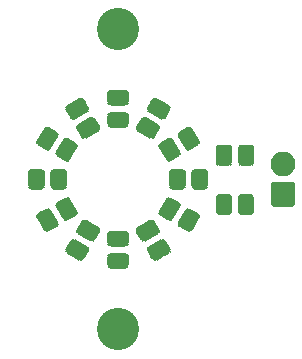
<source format=gbr>
G04 #@! TF.GenerationSoftware,KiCad,Pcbnew,5.1.7-a382d34a8~87~ubuntu18.04.1*
G04 #@! TF.CreationDate,2020-12-09T10:15:32-08:00*
G04 #@! TF.ProjectId,led_ring,6c65645f-7269-46e6-972e-6b696361645f,rev?*
G04 #@! TF.SameCoordinates,Original*
G04 #@! TF.FileFunction,Soldermask,Top*
G04 #@! TF.FilePolarity,Negative*
%FSLAX46Y46*%
G04 Gerber Fmt 4.6, Leading zero omitted, Abs format (unit mm)*
G04 Created by KiCad (PCBNEW 5.1.7-a382d34a8~87~ubuntu18.04.1) date 2020-12-09 10:15:32*
%MOMM*%
%LPD*%
G01*
G04 APERTURE LIST*
%ADD10O,2.100000X2.100000*%
%ADD11C,3.575000*%
%ADD12C,0.100000*%
G04 APERTURE END LIST*
G36*
G01*
X65820000Y-51220000D02*
X65820000Y-52920000D01*
G75*
G02*
X65620000Y-53120000I-200000J0D01*
G01*
X63920000Y-53120000D01*
G75*
G02*
X63720000Y-52920000I0J200000D01*
G01*
X63720000Y-51220000D01*
G75*
G02*
X63920000Y-51020000I200000J0D01*
G01*
X65620000Y-51020000D01*
G75*
G02*
X65820000Y-51220000I0J-200000D01*
G01*
G37*
D10*
X64770000Y-49530000D03*
D11*
X50800000Y-38100000D03*
X50800000Y-63500000D03*
G36*
G01*
X62331000Y-52402750D02*
X62331000Y-53515250D01*
G75*
G02*
X61987250Y-53859000I-343750J0D01*
G01*
X61299750Y-53859000D01*
G75*
G02*
X60956000Y-53515250I0J343750D01*
G01*
X60956000Y-52402750D01*
G75*
G02*
X61299750Y-52059000I343750J0D01*
G01*
X61987250Y-52059000D01*
G75*
G02*
X62331000Y-52402750I0J-343750D01*
G01*
G37*
G36*
G01*
X60456000Y-52402750D02*
X60456000Y-53515250D01*
G75*
G02*
X60112250Y-53859000I-343750J0D01*
G01*
X59424750Y-53859000D01*
G75*
G02*
X59081000Y-53515250I0J343750D01*
G01*
X59081000Y-52402750D01*
G75*
G02*
X59424750Y-52059000I343750J0D01*
G01*
X60112250Y-52059000D01*
G75*
G02*
X60456000Y-52402750I0J-343750D01*
G01*
G37*
G36*
G01*
X60456000Y-48211750D02*
X60456000Y-49324250D01*
G75*
G02*
X60112250Y-49668000I-343750J0D01*
G01*
X59424750Y-49668000D01*
G75*
G02*
X59081000Y-49324250I0J343750D01*
G01*
X59081000Y-48211750D01*
G75*
G02*
X59424750Y-47868000I343750J0D01*
G01*
X60112250Y-47868000D01*
G75*
G02*
X60456000Y-48211750I0J-343750D01*
G01*
G37*
G36*
G01*
X62331000Y-48211750D02*
X62331000Y-49324250D01*
G75*
G02*
X61987250Y-49668000I-343750J0D01*
G01*
X61299750Y-49668000D01*
G75*
G02*
X60956000Y-49324250I0J343750D01*
G01*
X60956000Y-48211750D01*
G75*
G02*
X61299750Y-47868000I343750J0D01*
G01*
X61987250Y-47868000D01*
G75*
G02*
X62331000Y-48211750I0J-343750D01*
G01*
G37*
G36*
G01*
X55144000Y-51356250D02*
X55144000Y-50243750D01*
G75*
G02*
X55487750Y-49900000I343750J0D01*
G01*
X56175250Y-49900000D01*
G75*
G02*
X56519000Y-50243750I0J-343750D01*
G01*
X56519000Y-51356250D01*
G75*
G02*
X56175250Y-51700000I-343750J0D01*
G01*
X55487750Y-51700000D01*
G75*
G02*
X55144000Y-51356250I0J343750D01*
G01*
G37*
G36*
G01*
X57019000Y-51356250D02*
X57019000Y-50243750D01*
G75*
G02*
X57362750Y-49900000I343750J0D01*
G01*
X58050250Y-49900000D01*
G75*
G02*
X58394000Y-50243750I0J-343750D01*
G01*
X58394000Y-51356250D01*
G75*
G02*
X58050250Y-51700000I-343750J0D01*
G01*
X57362750Y-51700000D01*
G75*
G02*
X57019000Y-51356250I0J343750D01*
G01*
G37*
G36*
G01*
X56463932Y-48172227D02*
X55907682Y-47208773D01*
G75*
G02*
X56033503Y-46739202I297696J171875D01*
G01*
X56628895Y-46395452D01*
G75*
G02*
X57098466Y-46521273I171875J-297696D01*
G01*
X57654716Y-47484727D01*
G75*
G02*
X57528895Y-47954298I-297696J-171875D01*
G01*
X56933503Y-48298048D01*
G75*
G02*
X56463932Y-48172227I-171875J297696D01*
G01*
G37*
G36*
G01*
X54840134Y-49109727D02*
X54283884Y-48146273D01*
G75*
G02*
X54409705Y-47676702I297696J171875D01*
G01*
X55005097Y-47332952D01*
G75*
G02*
X55474668Y-47458773I171875J-297696D01*
G01*
X56030918Y-48422227D01*
G75*
G02*
X55905097Y-48891798I-297696J-171875D01*
G01*
X55309705Y-49235548D01*
G75*
G02*
X54840134Y-49109727I-171875J297696D01*
G01*
G37*
G36*
G01*
X53453727Y-47316116D02*
X52490273Y-46759866D01*
G75*
G02*
X52364452Y-46290295I171875J297696D01*
G01*
X52708202Y-45694903D01*
G75*
G02*
X53177773Y-45569082I297696J-171875D01*
G01*
X54141227Y-46125332D01*
G75*
G02*
X54267048Y-46594903I-171875J-297696D01*
G01*
X53923298Y-47190295D01*
G75*
G02*
X53453727Y-47316116I-297696J171875D01*
G01*
G37*
G36*
G01*
X54391227Y-45692318D02*
X53427773Y-45136068D01*
G75*
G02*
X53301952Y-44666497I171875J297696D01*
G01*
X53645702Y-44071105D01*
G75*
G02*
X54115273Y-43945284I297696J-171875D01*
G01*
X55078727Y-44501534D01*
G75*
G02*
X55204548Y-44971105I-171875J-297696D01*
G01*
X54860798Y-45566497D01*
G75*
G02*
X54391227Y-45692318I-297696J171875D01*
G01*
G37*
G36*
G01*
X51356250Y-44581000D02*
X50243750Y-44581000D01*
G75*
G02*
X49900000Y-44237250I0J343750D01*
G01*
X49900000Y-43549750D01*
G75*
G02*
X50243750Y-43206000I343750J0D01*
G01*
X51356250Y-43206000D01*
G75*
G02*
X51700000Y-43549750I0J-343750D01*
G01*
X51700000Y-44237250D01*
G75*
G02*
X51356250Y-44581000I-343750J0D01*
G01*
G37*
G36*
G01*
X51356250Y-46456000D02*
X50243750Y-46456000D01*
G75*
G02*
X49900000Y-46112250I0J343750D01*
G01*
X49900000Y-45424750D01*
G75*
G02*
X50243750Y-45081000I343750J0D01*
G01*
X51356250Y-45081000D01*
G75*
G02*
X51700000Y-45424750I0J-343750D01*
G01*
X51700000Y-46112250D01*
G75*
G02*
X51356250Y-46456000I-343750J0D01*
G01*
G37*
G36*
G01*
X49109727Y-46759866D02*
X48146273Y-47316116D01*
G75*
G02*
X47676702Y-47190295I-171875J297696D01*
G01*
X47332952Y-46594903D01*
G75*
G02*
X47458773Y-46125332I297696J171875D01*
G01*
X48422227Y-45569082D01*
G75*
G02*
X48891798Y-45694903I171875J-297696D01*
G01*
X49235548Y-46290295D01*
G75*
G02*
X49109727Y-46759866I-297696J-171875D01*
G01*
G37*
G36*
G01*
X48172227Y-45136068D02*
X47208773Y-45692318D01*
G75*
G02*
X46739202Y-45566497I-171875J297696D01*
G01*
X46395452Y-44971105D01*
G75*
G02*
X46521273Y-44501534I297696J171875D01*
G01*
X47484727Y-43945284D01*
G75*
G02*
X47954298Y-44071105I171875J-297696D01*
G01*
X48298048Y-44666497D01*
G75*
G02*
X48172227Y-45136068I-297696J-171875D01*
G01*
G37*
G36*
G01*
X45692318Y-47208773D02*
X45136068Y-48172227D01*
G75*
G02*
X44666497Y-48298048I-297696J171875D01*
G01*
X44071105Y-47954298D01*
G75*
G02*
X43945284Y-47484727I171875J297696D01*
G01*
X44501534Y-46521273D01*
G75*
G02*
X44971105Y-46395452I297696J-171875D01*
G01*
X45566497Y-46739202D01*
G75*
G02*
X45692318Y-47208773I-171875J-297696D01*
G01*
G37*
G36*
G01*
X47316116Y-48146273D02*
X46759866Y-49109727D01*
G75*
G02*
X46290295Y-49235548I-297696J171875D01*
G01*
X45694903Y-48891798D01*
G75*
G02*
X45569082Y-48422227I171875J297696D01*
G01*
X46125332Y-47458773D01*
G75*
G02*
X46594903Y-47332952I297696J-171875D01*
G01*
X47190295Y-47676702D01*
G75*
G02*
X47316116Y-48146273I-171875J-297696D01*
G01*
G37*
G36*
G01*
X46456000Y-50243750D02*
X46456000Y-51356250D01*
G75*
G02*
X46112250Y-51700000I-343750J0D01*
G01*
X45424750Y-51700000D01*
G75*
G02*
X45081000Y-51356250I0J343750D01*
G01*
X45081000Y-50243750D01*
G75*
G02*
X45424750Y-49900000I343750J0D01*
G01*
X46112250Y-49900000D01*
G75*
G02*
X46456000Y-50243750I0J-343750D01*
G01*
G37*
G36*
G01*
X44581000Y-50243750D02*
X44581000Y-51356250D01*
G75*
G02*
X44237250Y-51700000I-343750J0D01*
G01*
X43549750Y-51700000D01*
G75*
G02*
X43206000Y-51356250I0J343750D01*
G01*
X43206000Y-50243750D01*
G75*
G02*
X43549750Y-49900000I343750J0D01*
G01*
X44237250Y-49900000D01*
G75*
G02*
X44581000Y-50243750I0J-343750D01*
G01*
G37*
G36*
G01*
X45136068Y-53427773D02*
X45692318Y-54391227D01*
G75*
G02*
X45566497Y-54860798I-297696J-171875D01*
G01*
X44971105Y-55204548D01*
G75*
G02*
X44501534Y-55078727I-171875J297696D01*
G01*
X43945284Y-54115273D01*
G75*
G02*
X44071105Y-53645702I297696J171875D01*
G01*
X44666497Y-53301952D01*
G75*
G02*
X45136068Y-53427773I171875J-297696D01*
G01*
G37*
G36*
G01*
X46759866Y-52490273D02*
X47316116Y-53453727D01*
G75*
G02*
X47190295Y-53923298I-297696J-171875D01*
G01*
X46594903Y-54267048D01*
G75*
G02*
X46125332Y-54141227I-171875J297696D01*
G01*
X45569082Y-53177773D01*
G75*
G02*
X45694903Y-52708202I297696J171875D01*
G01*
X46290295Y-52364452D01*
G75*
G02*
X46759866Y-52490273I171875J-297696D01*
G01*
G37*
G36*
G01*
X48146273Y-54283884D02*
X49109727Y-54840134D01*
G75*
G02*
X49235548Y-55309705I-171875J-297696D01*
G01*
X48891798Y-55905097D01*
G75*
G02*
X48422227Y-56030918I-297696J171875D01*
G01*
X47458773Y-55474668D01*
G75*
G02*
X47332952Y-55005097I171875J297696D01*
G01*
X47676702Y-54409705D01*
G75*
G02*
X48146273Y-54283884I297696J-171875D01*
G01*
G37*
G36*
G01*
X47208773Y-55907682D02*
X48172227Y-56463932D01*
G75*
G02*
X48298048Y-56933503I-171875J-297696D01*
G01*
X47954298Y-57528895D01*
G75*
G02*
X47484727Y-57654716I-297696J171875D01*
G01*
X46521273Y-57098466D01*
G75*
G02*
X46395452Y-56628895I171875J297696D01*
G01*
X46739202Y-56033503D01*
G75*
G02*
X47208773Y-55907682I297696J-171875D01*
G01*
G37*
G36*
G01*
X50243750Y-57019000D02*
X51356250Y-57019000D01*
G75*
G02*
X51700000Y-57362750I0J-343750D01*
G01*
X51700000Y-58050250D01*
G75*
G02*
X51356250Y-58394000I-343750J0D01*
G01*
X50243750Y-58394000D01*
G75*
G02*
X49900000Y-58050250I0J343750D01*
G01*
X49900000Y-57362750D01*
G75*
G02*
X50243750Y-57019000I343750J0D01*
G01*
G37*
G36*
G01*
X50243750Y-55144000D02*
X51356250Y-55144000D01*
G75*
G02*
X51700000Y-55487750I0J-343750D01*
G01*
X51700000Y-56175250D01*
G75*
G02*
X51356250Y-56519000I-343750J0D01*
G01*
X50243750Y-56519000D01*
G75*
G02*
X49900000Y-56175250I0J343750D01*
G01*
X49900000Y-55487750D01*
G75*
G02*
X50243750Y-55144000I343750J0D01*
G01*
G37*
G36*
G01*
X52490273Y-54840134D02*
X53453727Y-54283884D01*
G75*
G02*
X53923298Y-54409705I171875J-297696D01*
G01*
X54267048Y-55005097D01*
G75*
G02*
X54141227Y-55474668I-297696J-171875D01*
G01*
X53177773Y-56030918D01*
G75*
G02*
X52708202Y-55905097I-171875J297696D01*
G01*
X52364452Y-55309705D01*
G75*
G02*
X52490273Y-54840134I297696J171875D01*
G01*
G37*
G36*
G01*
X53427773Y-56463932D02*
X54391227Y-55907682D01*
G75*
G02*
X54860798Y-56033503I171875J-297696D01*
G01*
X55204548Y-56628895D01*
G75*
G02*
X55078727Y-57098466I-297696J-171875D01*
G01*
X54115273Y-57654716D01*
G75*
G02*
X53645702Y-57528895I-171875J297696D01*
G01*
X53301952Y-56933503D01*
G75*
G02*
X53427773Y-56463932I297696J171875D01*
G01*
G37*
G36*
G01*
X55907682Y-54391227D02*
X56463932Y-53427773D01*
G75*
G02*
X56933503Y-53301952I297696J-171875D01*
G01*
X57528895Y-53645702D01*
G75*
G02*
X57654716Y-54115273I-171875J-297696D01*
G01*
X57098466Y-55078727D01*
G75*
G02*
X56628895Y-55204548I-297696J171875D01*
G01*
X56033503Y-54860798D01*
G75*
G02*
X55907682Y-54391227I171875J297696D01*
G01*
G37*
G36*
G01*
X54283884Y-53453727D02*
X54840134Y-52490273D01*
G75*
G02*
X55309705Y-52364452I297696J-171875D01*
G01*
X55905097Y-52708202D01*
G75*
G02*
X56030918Y-53177773I-171875J-297696D01*
G01*
X55474668Y-54141227D01*
G75*
G02*
X55005097Y-54267048I-297696J171875D01*
G01*
X54409705Y-53923298D01*
G75*
G02*
X54283884Y-53453727I171875J297696D01*
G01*
G37*
D12*
G36*
X49901990Y-58050054D02*
G01*
X49908575Y-58116917D01*
X49928023Y-58181028D01*
X49959603Y-58240111D01*
X50002103Y-58291897D01*
X50053889Y-58334397D01*
X50112972Y-58365977D01*
X50177083Y-58385425D01*
X50243946Y-58392010D01*
X50245572Y-58393175D01*
X50245376Y-58395165D01*
X50243750Y-58396000D01*
X50187390Y-58396000D01*
X50187194Y-58395990D01*
X50126305Y-58389993D01*
X50125920Y-58389917D01*
X50073272Y-58373946D01*
X50072910Y-58373796D01*
X50024389Y-58347862D01*
X50024063Y-58347644D01*
X49981536Y-58312741D01*
X49981259Y-58312464D01*
X49946356Y-58269937D01*
X49946138Y-58269611D01*
X49920204Y-58221090D01*
X49920054Y-58220728D01*
X49904083Y-58168080D01*
X49904007Y-58167695D01*
X49898010Y-58106806D01*
X49898000Y-58106610D01*
X49898000Y-58050250D01*
X49899000Y-58048518D01*
X49901000Y-58048518D01*
X49901990Y-58050054D01*
G37*
G36*
X51701165Y-58048624D02*
G01*
X51702000Y-58050250D01*
X51702000Y-58106610D01*
X51701990Y-58106806D01*
X51695993Y-58167695D01*
X51695917Y-58168080D01*
X51679946Y-58220728D01*
X51679796Y-58221090D01*
X51653862Y-58269611D01*
X51653644Y-58269937D01*
X51618741Y-58312464D01*
X51618464Y-58312741D01*
X51575937Y-58347644D01*
X51575611Y-58347862D01*
X51527090Y-58373796D01*
X51526728Y-58373946D01*
X51474080Y-58389917D01*
X51473695Y-58389993D01*
X51412806Y-58395990D01*
X51412610Y-58396000D01*
X51356250Y-58396000D01*
X51354518Y-58395000D01*
X51354518Y-58393000D01*
X51356054Y-58392010D01*
X51422917Y-58385425D01*
X51487028Y-58365977D01*
X51546111Y-58334397D01*
X51597897Y-58291897D01*
X51640397Y-58240111D01*
X51671977Y-58181028D01*
X51691425Y-58116917D01*
X51698010Y-58050054D01*
X51699175Y-58048428D01*
X51701165Y-58048624D01*
G37*
G36*
X54604661Y-55837984D02*
G01*
X54658937Y-55846945D01*
X54659315Y-55847046D01*
X54710811Y-55866427D01*
X54711163Y-55866601D01*
X54757881Y-55895652D01*
X54758192Y-55895890D01*
X54798344Y-55933497D01*
X54798603Y-55933792D01*
X54834247Y-55983533D01*
X54834353Y-55983698D01*
X54867003Y-56040250D01*
X54867160Y-56040522D01*
X54885929Y-56073031D01*
X54887202Y-56075236D01*
X54891885Y-56083348D01*
X54891887Y-56083350D01*
X54894965Y-56088682D01*
X54900139Y-56097643D01*
X54944368Y-56174250D01*
X54976907Y-56230610D01*
X54983086Y-56241312D01*
X55012062Y-56291499D01*
X55042458Y-56344147D01*
X55070472Y-56392668D01*
X55084703Y-56417318D01*
X55095025Y-56435195D01*
X55109385Y-56460068D01*
X55111038Y-56462932D01*
X55115176Y-56470098D01*
X55127308Y-56491111D01*
X55127725Y-56491834D01*
X55130149Y-56496032D01*
X55133700Y-56502183D01*
X55139019Y-56511395D01*
X55139370Y-56512003D01*
X55142832Y-56518000D01*
X55147885Y-56526752D01*
X55162096Y-56551366D01*
X55171067Y-56566904D01*
X55195135Y-56608591D01*
X55198039Y-56613622D01*
X55206280Y-56627895D01*
X55234459Y-56676703D01*
X55234549Y-56676878D01*
X55259800Y-56732608D01*
X55259926Y-56732979D01*
X55272420Y-56786564D01*
X55272471Y-56786953D01*
X55274271Y-56841939D01*
X55274245Y-56842330D01*
X55265284Y-56896606D01*
X55265183Y-56896984D01*
X55245802Y-56948480D01*
X55245628Y-56948832D01*
X55216577Y-56995550D01*
X55216339Y-56995861D01*
X55178732Y-57036013D01*
X55178437Y-57036272D01*
X55128701Y-57071913D01*
X55128536Y-57072019D01*
X54067462Y-57684630D01*
X54067287Y-57684720D01*
X54011562Y-57709969D01*
X54011191Y-57710095D01*
X53957606Y-57722589D01*
X53957217Y-57722640D01*
X53902230Y-57724440D01*
X53901839Y-57724414D01*
X53847563Y-57715453D01*
X53847185Y-57715352D01*
X53795689Y-57695971D01*
X53795337Y-57695797D01*
X53748619Y-57666746D01*
X53748308Y-57666508D01*
X53708156Y-57628901D01*
X53707897Y-57628606D01*
X53672253Y-57578865D01*
X53672147Y-57578700D01*
X53548046Y-57363750D01*
X53509328Y-57296688D01*
X53480352Y-57246501D01*
X53472097Y-57232203D01*
X53449956Y-57193853D01*
X53437785Y-57172773D01*
X53421942Y-57145332D01*
X53407711Y-57120682D01*
X53397389Y-57102805D01*
X53395462Y-57099466D01*
X53383029Y-57077932D01*
X53379192Y-57071287D01*
X53377238Y-57067902D01*
X53372800Y-57060215D01*
X53364689Y-57046166D01*
X53362265Y-57041968D01*
X53358615Y-57035646D01*
X53353395Y-57026605D01*
X53353044Y-57025997D01*
X53349582Y-57020000D01*
X53344404Y-57011032D01*
X53335433Y-56995494D01*
X53311365Y-56953807D01*
X53308461Y-56948776D01*
X53300220Y-56934503D01*
X53272041Y-56885695D01*
X53271951Y-56885520D01*
X53246700Y-56829790D01*
X53246574Y-56829419D01*
X53234080Y-56775834D01*
X53234029Y-56775445D01*
X53232845Y-56739276D01*
X53258639Y-56739276D01*
X53260832Y-56806233D01*
X53276044Y-56871478D01*
X53303734Y-56932589D01*
X53311925Y-56946776D01*
X53314829Y-56951807D01*
X53338897Y-56993494D01*
X53347868Y-57009032D01*
X53353046Y-57018000D01*
X53356508Y-57023997D01*
X53356859Y-57024605D01*
X53362079Y-57033646D01*
X53365729Y-57039968D01*
X53368153Y-57044166D01*
X53376264Y-57058215D01*
X53380702Y-57065902D01*
X53382656Y-57069287D01*
X53386493Y-57075932D01*
X53398926Y-57097466D01*
X53400853Y-57100805D01*
X53411175Y-57118682D01*
X53425406Y-57143332D01*
X53441249Y-57170773D01*
X53453420Y-57191853D01*
X53475561Y-57230203D01*
X53483816Y-57244501D01*
X53512792Y-57294688D01*
X53551510Y-57361750D01*
X53647383Y-57527807D01*
X53686465Y-57582346D01*
X53735361Y-57628142D01*
X53792248Y-57663517D01*
X53854950Y-57687116D01*
X53921046Y-57698029D01*
X53988003Y-57695836D01*
X54053248Y-57680624D01*
X54114359Y-57652934D01*
X55077639Y-57096785D01*
X55132178Y-57057703D01*
X55177974Y-57008807D01*
X55213349Y-56951920D01*
X55236948Y-56889218D01*
X55247861Y-56823122D01*
X55245668Y-56756165D01*
X55230456Y-56690920D01*
X55202766Y-56629809D01*
X55194575Y-56615622D01*
X55191671Y-56610591D01*
X55167603Y-56568904D01*
X55158632Y-56553366D01*
X55144421Y-56528752D01*
X55139368Y-56520000D01*
X55135906Y-56514003D01*
X55135555Y-56513395D01*
X55130236Y-56504183D01*
X55126685Y-56498032D01*
X55124261Y-56493834D01*
X55123844Y-56493111D01*
X55111712Y-56472098D01*
X55107574Y-56464932D01*
X55105921Y-56462068D01*
X55091561Y-56437195D01*
X55081239Y-56419318D01*
X55067008Y-56394668D01*
X55038994Y-56346147D01*
X55008598Y-56293499D01*
X54979622Y-56243312D01*
X54973443Y-56232610D01*
X54940904Y-56176250D01*
X54896675Y-56099643D01*
X54891501Y-56090682D01*
X54888423Y-56085350D01*
X54888422Y-56085349D01*
X54883738Y-56077236D01*
X54882465Y-56075031D01*
X54863696Y-56042522D01*
X54863539Y-56042250D01*
X54859117Y-56034591D01*
X54820035Y-55980052D01*
X54771139Y-55934256D01*
X54714252Y-55898881D01*
X54651550Y-55875282D01*
X54585454Y-55864369D01*
X54518497Y-55866562D01*
X54453252Y-55881774D01*
X54392141Y-55909464D01*
X53428861Y-56465613D01*
X53374322Y-56504695D01*
X53328526Y-56553591D01*
X53293151Y-56610478D01*
X53269552Y-56673180D01*
X53258639Y-56739276D01*
X53232845Y-56739276D01*
X53232229Y-56720459D01*
X53232255Y-56720068D01*
X53241216Y-56665792D01*
X53241317Y-56665414D01*
X53260698Y-56613918D01*
X53260872Y-56613566D01*
X53289923Y-56566848D01*
X53290161Y-56566537D01*
X53327768Y-56526385D01*
X53328063Y-56526126D01*
X53377799Y-56490485D01*
X53377964Y-56490379D01*
X54439038Y-55877768D01*
X54439213Y-55877678D01*
X54494938Y-55852429D01*
X54495309Y-55852303D01*
X54548894Y-55839809D01*
X54549283Y-55839758D01*
X54604270Y-55837958D01*
X54604661Y-55837984D01*
G37*
G36*
X46397182Y-56627899D02*
G01*
X46397272Y-56629724D01*
X46369544Y-56690920D01*
X46354332Y-56756165D01*
X46352139Y-56823122D01*
X46363052Y-56889218D01*
X46386651Y-56951920D01*
X46422026Y-57008807D01*
X46467822Y-57057703D01*
X46522361Y-57096785D01*
X47485641Y-57652934D01*
X47546752Y-57680624D01*
X47611997Y-57695836D01*
X47678954Y-57698029D01*
X47745050Y-57687116D01*
X47807752Y-57663517D01*
X47864639Y-57628142D01*
X47913535Y-57582346D01*
X47952617Y-57527807D01*
X48048490Y-57361750D01*
X48050222Y-57360750D01*
X48051954Y-57361750D01*
X48051954Y-57363750D01*
X47927853Y-57578700D01*
X47927747Y-57578865D01*
X47892103Y-57628606D01*
X47891844Y-57628901D01*
X47851692Y-57666508D01*
X47851381Y-57666746D01*
X47804663Y-57695797D01*
X47804311Y-57695971D01*
X47752815Y-57715352D01*
X47752437Y-57715453D01*
X47698161Y-57724414D01*
X47697770Y-57724440D01*
X47642784Y-57722640D01*
X47642395Y-57722589D01*
X47588814Y-57710096D01*
X47588443Y-57709970D01*
X47532705Y-57684716D01*
X47532530Y-57684626D01*
X46471464Y-57072019D01*
X46471299Y-57071913D01*
X46421563Y-57036272D01*
X46421268Y-57036013D01*
X46383661Y-56995861D01*
X46383423Y-56995550D01*
X46354372Y-56948832D01*
X46354198Y-56948480D01*
X46334817Y-56896984D01*
X46334716Y-56896606D01*
X46325755Y-56842330D01*
X46325729Y-56841939D01*
X46327529Y-56786952D01*
X46327580Y-56786563D01*
X46340074Y-56732980D01*
X46340200Y-56732609D01*
X46365453Y-56676875D01*
X46365543Y-56676700D01*
X46393718Y-56627899D01*
X46395450Y-56626899D01*
X46397182Y-56627899D01*
G37*
G36*
X50245482Y-57018000D02*
G01*
X50245482Y-57020000D01*
X50243946Y-57020990D01*
X50177083Y-57027575D01*
X50112972Y-57047023D01*
X50053889Y-57078603D01*
X50002103Y-57121103D01*
X49959603Y-57172889D01*
X49928023Y-57231972D01*
X49908575Y-57296083D01*
X49901990Y-57362946D01*
X49900825Y-57364572D01*
X49898835Y-57364376D01*
X49898000Y-57362750D01*
X49898000Y-57306390D01*
X49898010Y-57306194D01*
X49904007Y-57245305D01*
X49904083Y-57244920D01*
X49920054Y-57192272D01*
X49920204Y-57191910D01*
X49946138Y-57143389D01*
X49946356Y-57143063D01*
X49981259Y-57100536D01*
X49981536Y-57100259D01*
X50024063Y-57065356D01*
X50024389Y-57065138D01*
X50072910Y-57039204D01*
X50073272Y-57039054D01*
X50125920Y-57023083D01*
X50126305Y-57023007D01*
X50187194Y-57017010D01*
X50187390Y-57017000D01*
X50243750Y-57017000D01*
X50245482Y-57018000D01*
G37*
G36*
X51412806Y-57017010D02*
G01*
X51473695Y-57023007D01*
X51474080Y-57023083D01*
X51526728Y-57039054D01*
X51527090Y-57039204D01*
X51575611Y-57065138D01*
X51575937Y-57065356D01*
X51618464Y-57100259D01*
X51618741Y-57100536D01*
X51653644Y-57143063D01*
X51653862Y-57143389D01*
X51679796Y-57191910D01*
X51679946Y-57192272D01*
X51695917Y-57244920D01*
X51695993Y-57245305D01*
X51701990Y-57306194D01*
X51702000Y-57306390D01*
X51702000Y-57362750D01*
X51701000Y-57364482D01*
X51699000Y-57364482D01*
X51698010Y-57362946D01*
X51691425Y-57296083D01*
X51671977Y-57231972D01*
X51640397Y-57172889D01*
X51597897Y-57121103D01*
X51546111Y-57078603D01*
X51487028Y-57047023D01*
X51422917Y-57027575D01*
X51356054Y-57020990D01*
X51354428Y-57019825D01*
X51354624Y-57017835D01*
X51356250Y-57017000D01*
X51412610Y-57017000D01*
X51412806Y-57017010D01*
G37*
G36*
X47050716Y-55839758D02*
G01*
X47051105Y-55839809D01*
X47104686Y-55852302D01*
X47105057Y-55852428D01*
X47160795Y-55877682D01*
X47160970Y-55877772D01*
X48222036Y-56490379D01*
X48222201Y-56490485D01*
X48271937Y-56526126D01*
X48272232Y-56526385D01*
X48309839Y-56566537D01*
X48310077Y-56566848D01*
X48339128Y-56613566D01*
X48339302Y-56613918D01*
X48358683Y-56665414D01*
X48358784Y-56665792D01*
X48367745Y-56720068D01*
X48367771Y-56720459D01*
X48365971Y-56775446D01*
X48365920Y-56775835D01*
X48353426Y-56829418D01*
X48353300Y-56829789D01*
X48328047Y-56885523D01*
X48327957Y-56885698D01*
X48299782Y-56934499D01*
X48298050Y-56935499D01*
X48296318Y-56934499D01*
X48296228Y-56932674D01*
X48323956Y-56871478D01*
X48339168Y-56806233D01*
X48341361Y-56739276D01*
X48330448Y-56673180D01*
X48306849Y-56610478D01*
X48271474Y-56553591D01*
X48225678Y-56504695D01*
X48171139Y-56465613D01*
X47207859Y-55909464D01*
X47146748Y-55881774D01*
X47081503Y-55866562D01*
X47014546Y-55864369D01*
X46948450Y-55875282D01*
X46885748Y-55898881D01*
X46828861Y-55934256D01*
X46779965Y-55980052D01*
X46740883Y-56034591D01*
X46736461Y-56042250D01*
X46734729Y-56043250D01*
X46732997Y-56042250D01*
X46732997Y-56040250D01*
X46765647Y-55983698D01*
X46765753Y-55983533D01*
X46801397Y-55933792D01*
X46801656Y-55933497D01*
X46841808Y-55895890D01*
X46842119Y-55895652D01*
X46888837Y-55866601D01*
X46889189Y-55866427D01*
X46940685Y-55847046D01*
X46941063Y-55846945D01*
X46995339Y-55837984D01*
X46995730Y-55837958D01*
X47050716Y-55839758D01*
G37*
G36*
X49901990Y-56175054D02*
G01*
X49908575Y-56241917D01*
X49928023Y-56306028D01*
X49959603Y-56365111D01*
X50002103Y-56416897D01*
X50053889Y-56459397D01*
X50112972Y-56490977D01*
X50177083Y-56510425D01*
X50243946Y-56517010D01*
X50245572Y-56518175D01*
X50245376Y-56520165D01*
X50243750Y-56521000D01*
X50187390Y-56521000D01*
X50187194Y-56520990D01*
X50126305Y-56514993D01*
X50125920Y-56514917D01*
X50073272Y-56498946D01*
X50072910Y-56498796D01*
X50024389Y-56472862D01*
X50024063Y-56472644D01*
X49981536Y-56437741D01*
X49981259Y-56437464D01*
X49946356Y-56394937D01*
X49946138Y-56394611D01*
X49920204Y-56346090D01*
X49920054Y-56345728D01*
X49904083Y-56293080D01*
X49904007Y-56292695D01*
X49898010Y-56231806D01*
X49898000Y-56231610D01*
X49898000Y-56175250D01*
X49899000Y-56173518D01*
X49901000Y-56173518D01*
X49901990Y-56175054D01*
G37*
G36*
X51701165Y-56173624D02*
G01*
X51702000Y-56175250D01*
X51702000Y-56231610D01*
X51701990Y-56231806D01*
X51695993Y-56292695D01*
X51695917Y-56293080D01*
X51679946Y-56345728D01*
X51679796Y-56346090D01*
X51653862Y-56394611D01*
X51653644Y-56394937D01*
X51618741Y-56437464D01*
X51618464Y-56437741D01*
X51575937Y-56472644D01*
X51575611Y-56472862D01*
X51527090Y-56498796D01*
X51526728Y-56498946D01*
X51474080Y-56514917D01*
X51473695Y-56514993D01*
X51412806Y-56520990D01*
X51412610Y-56521000D01*
X51356250Y-56521000D01*
X51354518Y-56520000D01*
X51354518Y-56518000D01*
X51356054Y-56517010D01*
X51422917Y-56510425D01*
X51487028Y-56490977D01*
X51546111Y-56459397D01*
X51597897Y-56416897D01*
X51640397Y-56365111D01*
X51671977Y-56306028D01*
X51691425Y-56241917D01*
X51698010Y-56175054D01*
X51699175Y-56173428D01*
X51701165Y-56173624D01*
G37*
G36*
X54268780Y-55004097D02*
G01*
X54296959Y-55052905D01*
X54297049Y-55053080D01*
X54322300Y-55108810D01*
X54322426Y-55109181D01*
X54334920Y-55162766D01*
X54334971Y-55163155D01*
X54336771Y-55218141D01*
X54336745Y-55218532D01*
X54327784Y-55272808D01*
X54327683Y-55273186D01*
X54308302Y-55324682D01*
X54308128Y-55325034D01*
X54279077Y-55371752D01*
X54278839Y-55372063D01*
X54241232Y-55412215D01*
X54240937Y-55412474D01*
X54191201Y-55448115D01*
X54191036Y-55448221D01*
X53129962Y-56060832D01*
X53129787Y-56060922D01*
X53074062Y-56086171D01*
X53073691Y-56086297D01*
X53020106Y-56098791D01*
X53019717Y-56098842D01*
X52964730Y-56100642D01*
X52964339Y-56100616D01*
X52910063Y-56091655D01*
X52909685Y-56091554D01*
X52858189Y-56072173D01*
X52857837Y-56071999D01*
X52811119Y-56042948D01*
X52810808Y-56042710D01*
X52770656Y-56005103D01*
X52770397Y-56004808D01*
X52734753Y-55955067D01*
X52734647Y-55954902D01*
X52701997Y-55898350D01*
X52701997Y-55896350D01*
X52703729Y-55895350D01*
X52705461Y-55896350D01*
X52709883Y-55904009D01*
X52748965Y-55958548D01*
X52797861Y-56004344D01*
X52854748Y-56039719D01*
X52917450Y-56063318D01*
X52983546Y-56074231D01*
X53050503Y-56072038D01*
X53115748Y-56056826D01*
X53176859Y-56029136D01*
X54140139Y-55472987D01*
X54194678Y-55433905D01*
X54240474Y-55385009D01*
X54275849Y-55328122D01*
X54299448Y-55265420D01*
X54310361Y-55199324D01*
X54308168Y-55132367D01*
X54292956Y-55067122D01*
X54265226Y-55005922D01*
X54265422Y-55003932D01*
X54267244Y-55003107D01*
X54268780Y-55004097D01*
G37*
G36*
X47334682Y-55004101D02*
G01*
X47334772Y-55005926D01*
X47307044Y-55067122D01*
X47291832Y-55132367D01*
X47289639Y-55199324D01*
X47300552Y-55265420D01*
X47324151Y-55328122D01*
X47359526Y-55385009D01*
X47405322Y-55433905D01*
X47459861Y-55472987D01*
X48423141Y-56029136D01*
X48484252Y-56056826D01*
X48549497Y-56072038D01*
X48616454Y-56074231D01*
X48682550Y-56063318D01*
X48745252Y-56039719D01*
X48802139Y-56004344D01*
X48851035Y-55958548D01*
X48890117Y-55904009D01*
X48894539Y-55896350D01*
X48896271Y-55895350D01*
X48898003Y-55896350D01*
X48898003Y-55898350D01*
X48865353Y-55954902D01*
X48865247Y-55955067D01*
X48829603Y-56004808D01*
X48829344Y-56005103D01*
X48789192Y-56042710D01*
X48788881Y-56042948D01*
X48742163Y-56071999D01*
X48741811Y-56072173D01*
X48690315Y-56091554D01*
X48689937Y-56091655D01*
X48635661Y-56100616D01*
X48635270Y-56100642D01*
X48580284Y-56098842D01*
X48579895Y-56098791D01*
X48526314Y-56086298D01*
X48525943Y-56086172D01*
X48470205Y-56060918D01*
X48470030Y-56060828D01*
X47408964Y-55448221D01*
X47408799Y-55448115D01*
X47359063Y-55412474D01*
X47358768Y-55412215D01*
X47321161Y-55372063D01*
X47320923Y-55371752D01*
X47291872Y-55325034D01*
X47291698Y-55324682D01*
X47272317Y-55273186D01*
X47272216Y-55272808D01*
X47263255Y-55218532D01*
X47263229Y-55218141D01*
X47265029Y-55163154D01*
X47265080Y-55162765D01*
X47277574Y-55109182D01*
X47277700Y-55108811D01*
X47302953Y-55053077D01*
X47303043Y-55052902D01*
X47331218Y-55004101D01*
X47332950Y-55003101D01*
X47334682Y-55004101D01*
G37*
G36*
X50245482Y-55143000D02*
G01*
X50245482Y-55145000D01*
X50243946Y-55145990D01*
X50177083Y-55152575D01*
X50112972Y-55172023D01*
X50053889Y-55203603D01*
X50002103Y-55246103D01*
X49959603Y-55297889D01*
X49928023Y-55356972D01*
X49908575Y-55421083D01*
X49901990Y-55487946D01*
X49900825Y-55489572D01*
X49898835Y-55489376D01*
X49898000Y-55487750D01*
X49898000Y-55431390D01*
X49898010Y-55431194D01*
X49904007Y-55370305D01*
X49904083Y-55369920D01*
X49920054Y-55317272D01*
X49920204Y-55316910D01*
X49946138Y-55268389D01*
X49946356Y-55268063D01*
X49981259Y-55225536D01*
X49981536Y-55225259D01*
X50024063Y-55190356D01*
X50024389Y-55190138D01*
X50072910Y-55164204D01*
X50073272Y-55164054D01*
X50125920Y-55148083D01*
X50126305Y-55148007D01*
X50187194Y-55142010D01*
X50187390Y-55142000D01*
X50243750Y-55142000D01*
X50245482Y-55143000D01*
G37*
G36*
X51412806Y-55142010D02*
G01*
X51473695Y-55148007D01*
X51474080Y-55148083D01*
X51526728Y-55164054D01*
X51527090Y-55164204D01*
X51575611Y-55190138D01*
X51575937Y-55190356D01*
X51618464Y-55225259D01*
X51618741Y-55225536D01*
X51653644Y-55268063D01*
X51653862Y-55268389D01*
X51679796Y-55316910D01*
X51679946Y-55317272D01*
X51695917Y-55369920D01*
X51695993Y-55370305D01*
X51701990Y-55431194D01*
X51702000Y-55431390D01*
X51702000Y-55487750D01*
X51701000Y-55489482D01*
X51699000Y-55489482D01*
X51698010Y-55487946D01*
X51691425Y-55421083D01*
X51671977Y-55356972D01*
X51640397Y-55297889D01*
X51597897Y-55246103D01*
X51546111Y-55203603D01*
X51487028Y-55172023D01*
X51422917Y-55152575D01*
X51356054Y-55145990D01*
X51354428Y-55144825D01*
X51354624Y-55142835D01*
X51356250Y-55142000D01*
X51412610Y-55142000D01*
X51412806Y-55142010D01*
G37*
G36*
X47988216Y-54215960D02*
G01*
X47988605Y-54216011D01*
X48042186Y-54228504D01*
X48042557Y-54228630D01*
X48098295Y-54253884D01*
X48098470Y-54253974D01*
X49159536Y-54866581D01*
X49159701Y-54866687D01*
X49209437Y-54902328D01*
X49209732Y-54902587D01*
X49247339Y-54942739D01*
X49247577Y-54943050D01*
X49276628Y-54989768D01*
X49276802Y-54990120D01*
X49296183Y-55041616D01*
X49296284Y-55041994D01*
X49305245Y-55096270D01*
X49305271Y-55096661D01*
X49303471Y-55151648D01*
X49303420Y-55152037D01*
X49290926Y-55205620D01*
X49290800Y-55205991D01*
X49265547Y-55261725D01*
X49265457Y-55261900D01*
X49237282Y-55310701D01*
X49235550Y-55311701D01*
X49233818Y-55310701D01*
X49233728Y-55308876D01*
X49261456Y-55247680D01*
X49276668Y-55182435D01*
X49278861Y-55115478D01*
X49267948Y-55049382D01*
X49244349Y-54986680D01*
X49208974Y-54929793D01*
X49163178Y-54880897D01*
X49108639Y-54841815D01*
X48145359Y-54285666D01*
X48084248Y-54257976D01*
X48019003Y-54242764D01*
X47952046Y-54240571D01*
X47885950Y-54251484D01*
X47823248Y-54275083D01*
X47766361Y-54310458D01*
X47717465Y-54356254D01*
X47678383Y-54410793D01*
X47660921Y-54441038D01*
X47659189Y-54442038D01*
X47657457Y-54441038D01*
X47657457Y-54439038D01*
X47703147Y-54359900D01*
X47703253Y-54359735D01*
X47738897Y-54309994D01*
X47739156Y-54309699D01*
X47779308Y-54272092D01*
X47779619Y-54271854D01*
X47826337Y-54242803D01*
X47826689Y-54242629D01*
X47878185Y-54223248D01*
X47878563Y-54223147D01*
X47932839Y-54214186D01*
X47933230Y-54214160D01*
X47988216Y-54215960D01*
G37*
G36*
X53667161Y-54214186D02*
G01*
X53721437Y-54223147D01*
X53721815Y-54223248D01*
X53773311Y-54242629D01*
X53773663Y-54242803D01*
X53820381Y-54271854D01*
X53820692Y-54272092D01*
X53860844Y-54309699D01*
X53861103Y-54309994D01*
X53896747Y-54359735D01*
X53896853Y-54359900D01*
X53942543Y-54439038D01*
X53942543Y-54441038D01*
X53940811Y-54442038D01*
X53939079Y-54441038D01*
X53921617Y-54410793D01*
X53882535Y-54356254D01*
X53833639Y-54310458D01*
X53776752Y-54275083D01*
X53714050Y-54251484D01*
X53647954Y-54240571D01*
X53580997Y-54242764D01*
X53515752Y-54257976D01*
X53454641Y-54285666D01*
X52491361Y-54841815D01*
X52436822Y-54880897D01*
X52391026Y-54929793D01*
X52355651Y-54986680D01*
X52332052Y-55049382D01*
X52321139Y-55115478D01*
X52323332Y-55182435D01*
X52338544Y-55247680D01*
X52366273Y-55308878D01*
X52366077Y-55310868D01*
X52364255Y-55311693D01*
X52362719Y-55310703D01*
X52334541Y-55261897D01*
X52334451Y-55261722D01*
X52309200Y-55205992D01*
X52309074Y-55205621D01*
X52296580Y-55152036D01*
X52296529Y-55151647D01*
X52294729Y-55096661D01*
X52294755Y-55096270D01*
X52303716Y-55041994D01*
X52303817Y-55041616D01*
X52323198Y-54990120D01*
X52323372Y-54989768D01*
X52352423Y-54943050D01*
X52352661Y-54942739D01*
X52390268Y-54902587D01*
X52390563Y-54902328D01*
X52440299Y-54866687D01*
X52440464Y-54866581D01*
X53501538Y-54253970D01*
X53501713Y-54253880D01*
X53557438Y-54228631D01*
X53557809Y-54228505D01*
X53611394Y-54216011D01*
X53611783Y-54215960D01*
X53666770Y-54214160D01*
X53667161Y-54214186D01*
G37*
G36*
X44496193Y-55065477D02*
G01*
X44503215Y-55077639D01*
X44542297Y-55132178D01*
X44591193Y-55177974D01*
X44648080Y-55213349D01*
X44710782Y-55236948D01*
X44776878Y-55247861D01*
X44843835Y-55245668D01*
X44909080Y-55230456D01*
X44970280Y-55202726D01*
X44972270Y-55202922D01*
X44973095Y-55204744D01*
X44972105Y-55206280D01*
X44923297Y-55234459D01*
X44923122Y-55234549D01*
X44867392Y-55259800D01*
X44867021Y-55259926D01*
X44813436Y-55272420D01*
X44813047Y-55272471D01*
X44758061Y-55274271D01*
X44757670Y-55274245D01*
X44703394Y-55265284D01*
X44703016Y-55265183D01*
X44651520Y-55245802D01*
X44651168Y-55245628D01*
X44604450Y-55216577D01*
X44604139Y-55216339D01*
X44563987Y-55178732D01*
X44563728Y-55178437D01*
X44528087Y-55128701D01*
X44527981Y-55128536D01*
X44492729Y-55067477D01*
X44492729Y-55065477D01*
X44494461Y-55064477D01*
X44496193Y-55065477D01*
G37*
G36*
X57578700Y-53672147D02*
G01*
X57578865Y-53672253D01*
X57628606Y-53707897D01*
X57628901Y-53708156D01*
X57666508Y-53748308D01*
X57666746Y-53748619D01*
X57695797Y-53795337D01*
X57695971Y-53795689D01*
X57715352Y-53847185D01*
X57715453Y-53847563D01*
X57724414Y-53901839D01*
X57724440Y-53902230D01*
X57722640Y-53957216D01*
X57722589Y-53957605D01*
X57710096Y-54011186D01*
X57709970Y-54011557D01*
X57684716Y-54067295D01*
X57684626Y-54067470D01*
X57107271Y-55067477D01*
X57072019Y-55128536D01*
X57071913Y-55128701D01*
X57036272Y-55178437D01*
X57036013Y-55178732D01*
X56995861Y-55216339D01*
X56995550Y-55216577D01*
X56948832Y-55245628D01*
X56948480Y-55245802D01*
X56896984Y-55265183D01*
X56896606Y-55265284D01*
X56842330Y-55274245D01*
X56841939Y-55274271D01*
X56786952Y-55272471D01*
X56786563Y-55272420D01*
X56732980Y-55259926D01*
X56732609Y-55259800D01*
X56676875Y-55234547D01*
X56676700Y-55234457D01*
X56627899Y-55206282D01*
X56626899Y-55204550D01*
X56627899Y-55202818D01*
X56629724Y-55202728D01*
X56690920Y-55230456D01*
X56756165Y-55245668D01*
X56823122Y-55247861D01*
X56889218Y-55236948D01*
X56951920Y-55213349D01*
X57008807Y-55177974D01*
X57057703Y-55132178D01*
X57096785Y-55077639D01*
X57103807Y-55065477D01*
X57652934Y-54114359D01*
X57680624Y-54053248D01*
X57695836Y-53988003D01*
X57698029Y-53921046D01*
X57687116Y-53854950D01*
X57663517Y-53792248D01*
X57628142Y-53735361D01*
X57582346Y-53686465D01*
X57527807Y-53647383D01*
X57376455Y-53560000D01*
X57375455Y-53558268D01*
X57376455Y-53556536D01*
X57378455Y-53556536D01*
X57578700Y-53672147D01*
G37*
G36*
X56775446Y-53234029D02*
G01*
X56775835Y-53234080D01*
X56829418Y-53246574D01*
X56829789Y-53246700D01*
X56885523Y-53271953D01*
X56885698Y-53272043D01*
X56934499Y-53300218D01*
X56935499Y-53301950D01*
X56934499Y-53303682D01*
X56932674Y-53303772D01*
X56871478Y-53276044D01*
X56806233Y-53260832D01*
X56739276Y-53258639D01*
X56673180Y-53269552D01*
X56610478Y-53293151D01*
X56553591Y-53328526D01*
X56504695Y-53374322D01*
X56465613Y-53428861D01*
X56450679Y-53454727D01*
X55909464Y-54392141D01*
X55881774Y-54453252D01*
X55866562Y-54518497D01*
X55864369Y-54585454D01*
X55875282Y-54651550D01*
X55898881Y-54714252D01*
X55934256Y-54771139D01*
X55980052Y-54820035D01*
X56034591Y-54859117D01*
X56109251Y-54902222D01*
X56110251Y-54903954D01*
X56109251Y-54905686D01*
X56107251Y-54905686D01*
X55983698Y-54834353D01*
X55983533Y-54834247D01*
X55933792Y-54798603D01*
X55933497Y-54798344D01*
X55895890Y-54758192D01*
X55895652Y-54757881D01*
X55866601Y-54711163D01*
X55866427Y-54710811D01*
X55847046Y-54659315D01*
X55846945Y-54658937D01*
X55837984Y-54604661D01*
X55837958Y-54604270D01*
X55839758Y-54549284D01*
X55839809Y-54548895D01*
X55852302Y-54495314D01*
X55852428Y-54494943D01*
X55877682Y-54439205D01*
X55877772Y-54439030D01*
X56447215Y-53452727D01*
X56490379Y-53377964D01*
X56490485Y-53377799D01*
X56526126Y-53328063D01*
X56526385Y-53327768D01*
X56566537Y-53290161D01*
X56566848Y-53289923D01*
X56613566Y-53260872D01*
X56613918Y-53260698D01*
X56665414Y-53241317D01*
X56665792Y-53241216D01*
X56720068Y-53232255D01*
X56720459Y-53232229D01*
X56775446Y-53234029D01*
G37*
G36*
X45632076Y-54282884D02*
G01*
X45722232Y-54439038D01*
X45722322Y-54439213D01*
X45747571Y-54494938D01*
X45747697Y-54495309D01*
X45760191Y-54548894D01*
X45760242Y-54549283D01*
X45762042Y-54604270D01*
X45762016Y-54604661D01*
X45753055Y-54658937D01*
X45752954Y-54659315D01*
X45733573Y-54710811D01*
X45733399Y-54711163D01*
X45704348Y-54757881D01*
X45704110Y-54758192D01*
X45666503Y-54798344D01*
X45666208Y-54798603D01*
X45616467Y-54834247D01*
X45616302Y-54834353D01*
X45492749Y-54905686D01*
X45490749Y-54905686D01*
X45489749Y-54903954D01*
X45490749Y-54902222D01*
X45565409Y-54859117D01*
X45619948Y-54820035D01*
X45665744Y-54771139D01*
X45701119Y-54714252D01*
X45724718Y-54651550D01*
X45735631Y-54585454D01*
X45733438Y-54518497D01*
X45718226Y-54453252D01*
X45690536Y-54392141D01*
X45628612Y-54284884D01*
X45628612Y-54282884D01*
X45630344Y-54281884D01*
X45632076Y-54282884D01*
G37*
G36*
X46112079Y-54114273D02*
G01*
X46127013Y-54140139D01*
X46166095Y-54194678D01*
X46214991Y-54240474D01*
X46271878Y-54275849D01*
X46334580Y-54299448D01*
X46400676Y-54310361D01*
X46467633Y-54308168D01*
X46532878Y-54292956D01*
X46594078Y-54265226D01*
X46596068Y-54265422D01*
X46596893Y-54267244D01*
X46595903Y-54268780D01*
X46547095Y-54296959D01*
X46546920Y-54297049D01*
X46491190Y-54322300D01*
X46490819Y-54322426D01*
X46437234Y-54334920D01*
X46436845Y-54334971D01*
X46381859Y-54336771D01*
X46381468Y-54336745D01*
X46327192Y-54327784D01*
X46326814Y-54327683D01*
X46275318Y-54308302D01*
X46274966Y-54308128D01*
X46228248Y-54279077D01*
X46227937Y-54278839D01*
X46187785Y-54241232D01*
X46187526Y-54240937D01*
X46151885Y-54191201D01*
X46151779Y-54191036D01*
X46108615Y-54116273D01*
X46108615Y-54114273D01*
X46110347Y-54113273D01*
X46112079Y-54114273D01*
G37*
G36*
X55954902Y-52734647D02*
G01*
X55955067Y-52734753D01*
X56004808Y-52770397D01*
X56005103Y-52770656D01*
X56042710Y-52810808D01*
X56042948Y-52811119D01*
X56071999Y-52857837D01*
X56072173Y-52858189D01*
X56091554Y-52909685D01*
X56091655Y-52910063D01*
X56100616Y-52964339D01*
X56100642Y-52964730D01*
X56098842Y-53019716D01*
X56098791Y-53020105D01*
X56086298Y-53073686D01*
X56086172Y-53074057D01*
X56060918Y-53129795D01*
X56060828Y-53129970D01*
X55491385Y-54116273D01*
X55448221Y-54191036D01*
X55448115Y-54191201D01*
X55412474Y-54240937D01*
X55412215Y-54241232D01*
X55372063Y-54278839D01*
X55371752Y-54279077D01*
X55325034Y-54308128D01*
X55324682Y-54308302D01*
X55273186Y-54327683D01*
X55272808Y-54327784D01*
X55218532Y-54336745D01*
X55218141Y-54336771D01*
X55163154Y-54334971D01*
X55162765Y-54334920D01*
X55109182Y-54322426D01*
X55108811Y-54322300D01*
X55053077Y-54297047D01*
X55052902Y-54296957D01*
X55004101Y-54268782D01*
X55003101Y-54267050D01*
X55004101Y-54265318D01*
X55005926Y-54265228D01*
X55067122Y-54292956D01*
X55132367Y-54308168D01*
X55199324Y-54310361D01*
X55265420Y-54299448D01*
X55328122Y-54275849D01*
X55385009Y-54240474D01*
X55433905Y-54194678D01*
X55472987Y-54140139D01*
X55487921Y-54114273D01*
X56029136Y-53176859D01*
X56056826Y-53115748D01*
X56072038Y-53050503D01*
X56074231Y-52983546D01*
X56063318Y-52917450D01*
X56039719Y-52854748D01*
X56004344Y-52797861D01*
X55958548Y-52748965D01*
X55904009Y-52709883D01*
X55526633Y-52492005D01*
X55525633Y-52490273D01*
X55526633Y-52488541D01*
X55528633Y-52488541D01*
X55954902Y-52734647D01*
G37*
G36*
X44299054Y-53515250D02*
G01*
X44298054Y-53516982D01*
X44072193Y-53647383D01*
X44017654Y-53686465D01*
X43971858Y-53735361D01*
X43936483Y-53792248D01*
X43912884Y-53854950D01*
X43901971Y-53921046D01*
X43904164Y-53988003D01*
X43919376Y-54053248D01*
X43947066Y-54114359D01*
X44018895Y-54238772D01*
X44018895Y-54240772D01*
X44017163Y-54241772D01*
X44015431Y-54240772D01*
X43915370Y-54067462D01*
X43915280Y-54067287D01*
X43890031Y-54011562D01*
X43889905Y-54011191D01*
X43877411Y-53957606D01*
X43877360Y-53957217D01*
X43875560Y-53902230D01*
X43875586Y-53901839D01*
X43884547Y-53847563D01*
X43884648Y-53847185D01*
X43904029Y-53795689D01*
X43904203Y-53795337D01*
X43933254Y-53748619D01*
X43933492Y-53748308D01*
X43971099Y-53708156D01*
X43971394Y-53707897D01*
X44021135Y-53672253D01*
X44021300Y-53672147D01*
X44296054Y-53513518D01*
X44298054Y-53513518D01*
X44299054Y-53515250D01*
G37*
G36*
X47245969Y-53328228D02*
G01*
X47346030Y-53501538D01*
X47346120Y-53501713D01*
X47371369Y-53557438D01*
X47371495Y-53557809D01*
X47383989Y-53611394D01*
X47384040Y-53611783D01*
X47385840Y-53666770D01*
X47385814Y-53667161D01*
X47376853Y-53721437D01*
X47376752Y-53721815D01*
X47357371Y-53773311D01*
X47357197Y-53773663D01*
X47328146Y-53820381D01*
X47327908Y-53820692D01*
X47290301Y-53860844D01*
X47290006Y-53861103D01*
X47240265Y-53896747D01*
X47240100Y-53896853D01*
X46965098Y-54055625D01*
X46963098Y-54055625D01*
X46962098Y-54053893D01*
X46963098Y-54052161D01*
X47189207Y-53921617D01*
X47243746Y-53882535D01*
X47289542Y-53833639D01*
X47324917Y-53776752D01*
X47348516Y-53714050D01*
X47359429Y-53647954D01*
X47357236Y-53580997D01*
X47342024Y-53515752D01*
X47314334Y-53454641D01*
X47242505Y-53330228D01*
X47242505Y-53328228D01*
X47244237Y-53327228D01*
X47245969Y-53328228D01*
G37*
G36*
X55151648Y-52296529D02*
G01*
X55152037Y-52296580D01*
X55205620Y-52309074D01*
X55205991Y-52309200D01*
X55261725Y-52334453D01*
X55261900Y-52334543D01*
X55310701Y-52362718D01*
X55311701Y-52364450D01*
X55310701Y-52366182D01*
X55308876Y-52366272D01*
X55247680Y-52338544D01*
X55182435Y-52323332D01*
X55115478Y-52321139D01*
X55049382Y-52332052D01*
X54986680Y-52355651D01*
X54929793Y-52391026D01*
X54880897Y-52436822D01*
X54841815Y-52491361D01*
X54285666Y-53454641D01*
X54257976Y-53515752D01*
X54242764Y-53580997D01*
X54240571Y-53647954D01*
X54251484Y-53714050D01*
X54275083Y-53776752D01*
X54310458Y-53833639D01*
X54356254Y-53882535D01*
X54410793Y-53921617D01*
X54562145Y-54009000D01*
X54563145Y-54010732D01*
X54562145Y-54012464D01*
X54560145Y-54012464D01*
X54359900Y-53896853D01*
X54359735Y-53896747D01*
X54309994Y-53861103D01*
X54309699Y-53860844D01*
X54272092Y-53820692D01*
X54271854Y-53820381D01*
X54242803Y-53773663D01*
X54242629Y-53773311D01*
X54223248Y-53721815D01*
X54223147Y-53721437D01*
X54214186Y-53667161D01*
X54214160Y-53666770D01*
X54215960Y-53611784D01*
X54216011Y-53611395D01*
X54228504Y-53557814D01*
X54228630Y-53557443D01*
X54253884Y-53501705D01*
X54253974Y-53501530D01*
X54866581Y-52440464D01*
X54866687Y-52440299D01*
X54902328Y-52390563D01*
X54902587Y-52390268D01*
X54942739Y-52352661D01*
X54943050Y-52352423D01*
X54989768Y-52323372D01*
X54990120Y-52323198D01*
X55041616Y-52303817D01*
X55041994Y-52303716D01*
X55096270Y-52294755D01*
X55096661Y-52294729D01*
X55151648Y-52296529D01*
G37*
G36*
X59082990Y-53515054D02*
G01*
X59089575Y-53581917D01*
X59109023Y-53646028D01*
X59140603Y-53705111D01*
X59183103Y-53756897D01*
X59234889Y-53799397D01*
X59293972Y-53830977D01*
X59358083Y-53850425D01*
X59424946Y-53857010D01*
X59426572Y-53858175D01*
X59426376Y-53860165D01*
X59424750Y-53861000D01*
X59368390Y-53861000D01*
X59368194Y-53860990D01*
X59307305Y-53854993D01*
X59306920Y-53854917D01*
X59254272Y-53838946D01*
X59253910Y-53838796D01*
X59205389Y-53812862D01*
X59205063Y-53812644D01*
X59162536Y-53777741D01*
X59162259Y-53777464D01*
X59127356Y-53734937D01*
X59127138Y-53734611D01*
X59101204Y-53686090D01*
X59101054Y-53685728D01*
X59085083Y-53633080D01*
X59085007Y-53632695D01*
X59079010Y-53571806D01*
X59079000Y-53571610D01*
X59079000Y-53515250D01*
X59080000Y-53513518D01*
X59082000Y-53513518D01*
X59082990Y-53515054D01*
G37*
G36*
X62332165Y-53513624D02*
G01*
X62333000Y-53515250D01*
X62333000Y-53571610D01*
X62332990Y-53571806D01*
X62326993Y-53632695D01*
X62326917Y-53633080D01*
X62310946Y-53685728D01*
X62310796Y-53686090D01*
X62284862Y-53734611D01*
X62284644Y-53734937D01*
X62249741Y-53777464D01*
X62249464Y-53777741D01*
X62206937Y-53812644D01*
X62206611Y-53812862D01*
X62158090Y-53838796D01*
X62157728Y-53838946D01*
X62105080Y-53854917D01*
X62104695Y-53854993D01*
X62043806Y-53860990D01*
X62043610Y-53861000D01*
X61987250Y-53861000D01*
X61985518Y-53860000D01*
X61985518Y-53858000D01*
X61987054Y-53857010D01*
X62053917Y-53850425D01*
X62118028Y-53830977D01*
X62177111Y-53799397D01*
X62228897Y-53756897D01*
X62271397Y-53705111D01*
X62302977Y-53646028D01*
X62322425Y-53581917D01*
X62329010Y-53515054D01*
X62330175Y-53513428D01*
X62332165Y-53513624D01*
G37*
G36*
X60957990Y-53515054D02*
G01*
X60964575Y-53581917D01*
X60984023Y-53646028D01*
X61015603Y-53705111D01*
X61058103Y-53756897D01*
X61109889Y-53799397D01*
X61168972Y-53830977D01*
X61233083Y-53850425D01*
X61299946Y-53857010D01*
X61301572Y-53858175D01*
X61301376Y-53860165D01*
X61299750Y-53861000D01*
X61243390Y-53861000D01*
X61243194Y-53860990D01*
X61182305Y-53854993D01*
X61181920Y-53854917D01*
X61129272Y-53838946D01*
X61128910Y-53838796D01*
X61080389Y-53812862D01*
X61080063Y-53812644D01*
X61037536Y-53777741D01*
X61037259Y-53777464D01*
X61002356Y-53734937D01*
X61002138Y-53734611D01*
X60976204Y-53686090D01*
X60976054Y-53685728D01*
X60960083Y-53633080D01*
X60960007Y-53632695D01*
X60954010Y-53571806D01*
X60954000Y-53571610D01*
X60954000Y-53515250D01*
X60955000Y-53513518D01*
X60957000Y-53513518D01*
X60957990Y-53515054D01*
G37*
G36*
X60457165Y-53513624D02*
G01*
X60458000Y-53515250D01*
X60458000Y-53571610D01*
X60457990Y-53571806D01*
X60451993Y-53632695D01*
X60451917Y-53633080D01*
X60435946Y-53685728D01*
X60435796Y-53686090D01*
X60409862Y-53734611D01*
X60409644Y-53734937D01*
X60374741Y-53777464D01*
X60374464Y-53777741D01*
X60331937Y-53812644D01*
X60331611Y-53812862D01*
X60283090Y-53838796D01*
X60282728Y-53838946D01*
X60230080Y-53854917D01*
X60229695Y-53854993D01*
X60168806Y-53860990D01*
X60168610Y-53861000D01*
X60112250Y-53861000D01*
X60110518Y-53860000D01*
X60110518Y-53858000D01*
X60112054Y-53857010D01*
X60178917Y-53850425D01*
X60243028Y-53830977D01*
X60302111Y-53799397D01*
X60353897Y-53756897D01*
X60396397Y-53705111D01*
X60427977Y-53646028D01*
X60447425Y-53581917D01*
X60454010Y-53515054D01*
X60455175Y-53513428D01*
X60457165Y-53513624D01*
G37*
G36*
X44879932Y-53232255D02*
G01*
X44934208Y-53241216D01*
X44934586Y-53241317D01*
X44986082Y-53260698D01*
X44986434Y-53260872D01*
X45033152Y-53289923D01*
X45033463Y-53290161D01*
X45073615Y-53327768D01*
X45073874Y-53328063D01*
X45109515Y-53377799D01*
X45109621Y-53377964D01*
X45152785Y-53452727D01*
X45152785Y-53454727D01*
X45151053Y-53455727D01*
X45149321Y-53454727D01*
X45134387Y-53428861D01*
X45095305Y-53374322D01*
X45046409Y-53328526D01*
X44989522Y-53293151D01*
X44926820Y-53269552D01*
X44860724Y-53258639D01*
X44793767Y-53260832D01*
X44728522Y-53276044D01*
X44667324Y-53303773D01*
X44665334Y-53303577D01*
X44664509Y-53301755D01*
X44665499Y-53300219D01*
X44714305Y-53272041D01*
X44714480Y-53271951D01*
X44770210Y-53246700D01*
X44770581Y-53246574D01*
X44824166Y-53234080D01*
X44824555Y-53234029D01*
X44879541Y-53232229D01*
X44879932Y-53232255D01*
G37*
G36*
X46074367Y-52490273D02*
G01*
X46073367Y-52492005D01*
X45695991Y-52709883D01*
X45641452Y-52748965D01*
X45595656Y-52797861D01*
X45560281Y-52854748D01*
X45536682Y-52917450D01*
X45525769Y-52983546D01*
X45527962Y-53050503D01*
X45543174Y-53115748D01*
X45570864Y-53176859D01*
X45715151Y-53426773D01*
X45715151Y-53428773D01*
X45713419Y-53429773D01*
X45711687Y-53428773D01*
X45539168Y-53129962D01*
X45539078Y-53129787D01*
X45513829Y-53074062D01*
X45513703Y-53073691D01*
X45501209Y-53020106D01*
X45501158Y-53019717D01*
X45499358Y-52964730D01*
X45499384Y-52964339D01*
X45508345Y-52910063D01*
X45508446Y-52909685D01*
X45527827Y-52858189D01*
X45528001Y-52857837D01*
X45557052Y-52811119D01*
X45557290Y-52810808D01*
X45594897Y-52770656D01*
X45595192Y-52770397D01*
X45644933Y-52734753D01*
X45645098Y-52734647D01*
X46071367Y-52488541D01*
X46073367Y-52488541D01*
X46074367Y-52490273D01*
G37*
G36*
X46503730Y-52294755D02*
G01*
X46558006Y-52303716D01*
X46558384Y-52303817D01*
X46609880Y-52323198D01*
X46610232Y-52323372D01*
X46656950Y-52352423D01*
X46657261Y-52352661D01*
X46697413Y-52390268D01*
X46697672Y-52390563D01*
X46733313Y-52440299D01*
X46733419Y-52440464D01*
X47085199Y-53049766D01*
X47085199Y-53051766D01*
X47083467Y-53052766D01*
X47081735Y-53051766D01*
X46758185Y-52491361D01*
X46719103Y-52436822D01*
X46670207Y-52391026D01*
X46613320Y-52355651D01*
X46550618Y-52332052D01*
X46484522Y-52321139D01*
X46417565Y-52323332D01*
X46352320Y-52338544D01*
X46291122Y-52366273D01*
X46289132Y-52366077D01*
X46288307Y-52364255D01*
X46289297Y-52362719D01*
X46338103Y-52334541D01*
X46338278Y-52334451D01*
X46394008Y-52309200D01*
X46394379Y-52309074D01*
X46447964Y-52296580D01*
X46448353Y-52296529D01*
X46503339Y-52294729D01*
X46503730Y-52294755D01*
G37*
G36*
X59426482Y-52058000D02*
G01*
X59426482Y-52060000D01*
X59424946Y-52060990D01*
X59358083Y-52067575D01*
X59293972Y-52087023D01*
X59234889Y-52118603D01*
X59183103Y-52161103D01*
X59140603Y-52212889D01*
X59109023Y-52271972D01*
X59089575Y-52336083D01*
X59082990Y-52402946D01*
X59081825Y-52404572D01*
X59079835Y-52404376D01*
X59079000Y-52402750D01*
X59079000Y-52346390D01*
X59079010Y-52346194D01*
X59085007Y-52285305D01*
X59085083Y-52284920D01*
X59101054Y-52232272D01*
X59101204Y-52231910D01*
X59127138Y-52183389D01*
X59127356Y-52183063D01*
X59162259Y-52140536D01*
X59162536Y-52140259D01*
X59205063Y-52105356D01*
X59205389Y-52105138D01*
X59253910Y-52079204D01*
X59254272Y-52079054D01*
X59306920Y-52063083D01*
X59307305Y-52063007D01*
X59368194Y-52057010D01*
X59368390Y-52057000D01*
X59424750Y-52057000D01*
X59426482Y-52058000D01*
G37*
G36*
X61301482Y-52058000D02*
G01*
X61301482Y-52060000D01*
X61299946Y-52060990D01*
X61233083Y-52067575D01*
X61168972Y-52087023D01*
X61109889Y-52118603D01*
X61058103Y-52161103D01*
X61015603Y-52212889D01*
X60984023Y-52271972D01*
X60964575Y-52336083D01*
X60957990Y-52402946D01*
X60956825Y-52404572D01*
X60954835Y-52404376D01*
X60954000Y-52402750D01*
X60954000Y-52346390D01*
X60954010Y-52346194D01*
X60960007Y-52285305D01*
X60960083Y-52284920D01*
X60976054Y-52232272D01*
X60976204Y-52231910D01*
X61002138Y-52183389D01*
X61002356Y-52183063D01*
X61037259Y-52140536D01*
X61037536Y-52140259D01*
X61080063Y-52105356D01*
X61080389Y-52105138D01*
X61128910Y-52079204D01*
X61129272Y-52079054D01*
X61181920Y-52063083D01*
X61182305Y-52063007D01*
X61243194Y-52057010D01*
X61243390Y-52057000D01*
X61299750Y-52057000D01*
X61301482Y-52058000D01*
G37*
G36*
X62043806Y-52057010D02*
G01*
X62104695Y-52063007D01*
X62105080Y-52063083D01*
X62157728Y-52079054D01*
X62158090Y-52079204D01*
X62206611Y-52105138D01*
X62206937Y-52105356D01*
X62249464Y-52140259D01*
X62249741Y-52140536D01*
X62284644Y-52183063D01*
X62284862Y-52183389D01*
X62310796Y-52231910D01*
X62310946Y-52232272D01*
X62326917Y-52284920D01*
X62326993Y-52285305D01*
X62332990Y-52346194D01*
X62333000Y-52346390D01*
X62333000Y-52402750D01*
X62332000Y-52404482D01*
X62330000Y-52404482D01*
X62329010Y-52402946D01*
X62322425Y-52336083D01*
X62302977Y-52271972D01*
X62271397Y-52212889D01*
X62228897Y-52161103D01*
X62177111Y-52118603D01*
X62118028Y-52087023D01*
X62053917Y-52067575D01*
X61987054Y-52060990D01*
X61985428Y-52059825D01*
X61985624Y-52057835D01*
X61987250Y-52057000D01*
X62043610Y-52057000D01*
X62043806Y-52057010D01*
G37*
G36*
X60168806Y-52057010D02*
G01*
X60229695Y-52063007D01*
X60230080Y-52063083D01*
X60282728Y-52079054D01*
X60283090Y-52079204D01*
X60331611Y-52105138D01*
X60331937Y-52105356D01*
X60374464Y-52140259D01*
X60374741Y-52140536D01*
X60409644Y-52183063D01*
X60409862Y-52183389D01*
X60435796Y-52231910D01*
X60435946Y-52232272D01*
X60451917Y-52284920D01*
X60451993Y-52285305D01*
X60457990Y-52346194D01*
X60458000Y-52346390D01*
X60458000Y-52402750D01*
X60457000Y-52404482D01*
X60455000Y-52404482D01*
X60454010Y-52402946D01*
X60447425Y-52336083D01*
X60427977Y-52271972D01*
X60396397Y-52212889D01*
X60353897Y-52161103D01*
X60302111Y-52118603D01*
X60243028Y-52087023D01*
X60178917Y-52067575D01*
X60112054Y-52060990D01*
X60110428Y-52059825D01*
X60110624Y-52057835D01*
X60112250Y-52057000D01*
X60168610Y-52057000D01*
X60168806Y-52057010D01*
G37*
G36*
X58395165Y-51354624D02*
G01*
X58396000Y-51356250D01*
X58396000Y-51412610D01*
X58395990Y-51412806D01*
X58389993Y-51473695D01*
X58389917Y-51474080D01*
X58373946Y-51526728D01*
X58373796Y-51527090D01*
X58347862Y-51575611D01*
X58347644Y-51575937D01*
X58312741Y-51618464D01*
X58312464Y-51618741D01*
X58269937Y-51653644D01*
X58269611Y-51653862D01*
X58221090Y-51679796D01*
X58220728Y-51679946D01*
X58168080Y-51695917D01*
X58167695Y-51695993D01*
X58106806Y-51701990D01*
X58106610Y-51702000D01*
X58050250Y-51702000D01*
X58048518Y-51701000D01*
X58048518Y-51699000D01*
X58050054Y-51698010D01*
X58116917Y-51691425D01*
X58181028Y-51671977D01*
X58240111Y-51640397D01*
X58291897Y-51597897D01*
X58334397Y-51546111D01*
X58365977Y-51487028D01*
X58385425Y-51422917D01*
X58392010Y-51356054D01*
X58393175Y-51354428D01*
X58395165Y-51354624D01*
G37*
G36*
X56520165Y-51354624D02*
G01*
X56521000Y-51356250D01*
X56521000Y-51412610D01*
X56520990Y-51412806D01*
X56514993Y-51473695D01*
X56514917Y-51474080D01*
X56498946Y-51526728D01*
X56498796Y-51527090D01*
X56472862Y-51575611D01*
X56472644Y-51575937D01*
X56437741Y-51618464D01*
X56437464Y-51618741D01*
X56394937Y-51653644D01*
X56394611Y-51653862D01*
X56346090Y-51679796D01*
X56345728Y-51679946D01*
X56293080Y-51695917D01*
X56292695Y-51695993D01*
X56231806Y-51701990D01*
X56231610Y-51702000D01*
X56175250Y-51702000D01*
X56173518Y-51701000D01*
X56173518Y-51699000D01*
X56175054Y-51698010D01*
X56241917Y-51691425D01*
X56306028Y-51671977D01*
X56365111Y-51640397D01*
X56416897Y-51597897D01*
X56459397Y-51546111D01*
X56490977Y-51487028D01*
X56510425Y-51422917D01*
X56517010Y-51356054D01*
X56518175Y-51354428D01*
X56520165Y-51354624D01*
G37*
G36*
X45082990Y-51356054D02*
G01*
X45089575Y-51422917D01*
X45109023Y-51487028D01*
X45140603Y-51546111D01*
X45183103Y-51597897D01*
X45234889Y-51640397D01*
X45293972Y-51671977D01*
X45358083Y-51691425D01*
X45424946Y-51698010D01*
X45426572Y-51699175D01*
X45426376Y-51701165D01*
X45424750Y-51702000D01*
X45368390Y-51702000D01*
X45368194Y-51701990D01*
X45307305Y-51695993D01*
X45306920Y-51695917D01*
X45254272Y-51679946D01*
X45253910Y-51679796D01*
X45205389Y-51653862D01*
X45205063Y-51653644D01*
X45162536Y-51618741D01*
X45162259Y-51618464D01*
X45127356Y-51575937D01*
X45127138Y-51575611D01*
X45101204Y-51527090D01*
X45101054Y-51526728D01*
X45085083Y-51474080D01*
X45085007Y-51473695D01*
X45079010Y-51412806D01*
X45079000Y-51412610D01*
X45079000Y-51356250D01*
X45080000Y-51354518D01*
X45082000Y-51354518D01*
X45082990Y-51356054D01*
G37*
G36*
X44582165Y-51354624D02*
G01*
X44583000Y-51356250D01*
X44583000Y-51412610D01*
X44582990Y-51412806D01*
X44576993Y-51473695D01*
X44576917Y-51474080D01*
X44560946Y-51526728D01*
X44560796Y-51527090D01*
X44534862Y-51575611D01*
X44534644Y-51575937D01*
X44499741Y-51618464D01*
X44499464Y-51618741D01*
X44456937Y-51653644D01*
X44456611Y-51653862D01*
X44408090Y-51679796D01*
X44407728Y-51679946D01*
X44355080Y-51695917D01*
X44354695Y-51695993D01*
X44293806Y-51701990D01*
X44293610Y-51702000D01*
X44237250Y-51702000D01*
X44235518Y-51701000D01*
X44235518Y-51699000D01*
X44237054Y-51698010D01*
X44303917Y-51691425D01*
X44368028Y-51671977D01*
X44427111Y-51640397D01*
X44478897Y-51597897D01*
X44521397Y-51546111D01*
X44552977Y-51487028D01*
X44572425Y-51422917D01*
X44579010Y-51356054D01*
X44580175Y-51354428D01*
X44582165Y-51354624D01*
G37*
G36*
X46457165Y-51354624D02*
G01*
X46458000Y-51356250D01*
X46458000Y-51412610D01*
X46457990Y-51412806D01*
X46451993Y-51473695D01*
X46451917Y-51474080D01*
X46435946Y-51526728D01*
X46435796Y-51527090D01*
X46409862Y-51575611D01*
X46409644Y-51575937D01*
X46374741Y-51618464D01*
X46374464Y-51618741D01*
X46331937Y-51653644D01*
X46331611Y-51653862D01*
X46283090Y-51679796D01*
X46282728Y-51679946D01*
X46230080Y-51695917D01*
X46229695Y-51695993D01*
X46168806Y-51701990D01*
X46168610Y-51702000D01*
X46112250Y-51702000D01*
X46110518Y-51701000D01*
X46110518Y-51699000D01*
X46112054Y-51698010D01*
X46178917Y-51691425D01*
X46243028Y-51671977D01*
X46302111Y-51640397D01*
X46353897Y-51597897D01*
X46396397Y-51546111D01*
X46427977Y-51487028D01*
X46447425Y-51422917D01*
X46454010Y-51356054D01*
X46455175Y-51354428D01*
X46457165Y-51354624D01*
G37*
G36*
X57020990Y-51356054D02*
G01*
X57027575Y-51422917D01*
X57047023Y-51487028D01*
X57078603Y-51546111D01*
X57121103Y-51597897D01*
X57172889Y-51640397D01*
X57231972Y-51671977D01*
X57296083Y-51691425D01*
X57362946Y-51698010D01*
X57364572Y-51699175D01*
X57364376Y-51701165D01*
X57362750Y-51702000D01*
X57306390Y-51702000D01*
X57306194Y-51701990D01*
X57245305Y-51695993D01*
X57244920Y-51695917D01*
X57192272Y-51679946D01*
X57191910Y-51679796D01*
X57143389Y-51653862D01*
X57143063Y-51653644D01*
X57100536Y-51618741D01*
X57100259Y-51618464D01*
X57065356Y-51575937D01*
X57065138Y-51575611D01*
X57039204Y-51527090D01*
X57039054Y-51526728D01*
X57023083Y-51474080D01*
X57023007Y-51473695D01*
X57017010Y-51412806D01*
X57017000Y-51412610D01*
X57017000Y-51356250D01*
X57018000Y-51354518D01*
X57020000Y-51354518D01*
X57020990Y-51356054D01*
G37*
G36*
X43207990Y-51356054D02*
G01*
X43214575Y-51422917D01*
X43234023Y-51487028D01*
X43265603Y-51546111D01*
X43308103Y-51597897D01*
X43359889Y-51640397D01*
X43418972Y-51671977D01*
X43483083Y-51691425D01*
X43549946Y-51698010D01*
X43551572Y-51699175D01*
X43551376Y-51701165D01*
X43549750Y-51702000D01*
X43493390Y-51702000D01*
X43493194Y-51701990D01*
X43432305Y-51695993D01*
X43431920Y-51695917D01*
X43379272Y-51679946D01*
X43378910Y-51679796D01*
X43330389Y-51653862D01*
X43330063Y-51653644D01*
X43287536Y-51618741D01*
X43287259Y-51618464D01*
X43252356Y-51575937D01*
X43252138Y-51575611D01*
X43226204Y-51527090D01*
X43226054Y-51526728D01*
X43210083Y-51474080D01*
X43210007Y-51473695D01*
X43204010Y-51412806D01*
X43204000Y-51412610D01*
X43204000Y-51356250D01*
X43205000Y-51354518D01*
X43207000Y-51354518D01*
X43207990Y-51356054D01*
G37*
G36*
X55145990Y-51356054D02*
G01*
X55152575Y-51422917D01*
X55172023Y-51487028D01*
X55203603Y-51546111D01*
X55246103Y-51597897D01*
X55297889Y-51640397D01*
X55356972Y-51671977D01*
X55421083Y-51691425D01*
X55487946Y-51698010D01*
X55489572Y-51699175D01*
X55489376Y-51701165D01*
X55487750Y-51702000D01*
X55431390Y-51702000D01*
X55431194Y-51701990D01*
X55370305Y-51695993D01*
X55369920Y-51695917D01*
X55317272Y-51679946D01*
X55316910Y-51679796D01*
X55268389Y-51653862D01*
X55268063Y-51653644D01*
X55225536Y-51618741D01*
X55225259Y-51618464D01*
X55190356Y-51575937D01*
X55190138Y-51575611D01*
X55164204Y-51527090D01*
X55164054Y-51526728D01*
X55148083Y-51474080D01*
X55148007Y-51473695D01*
X55142010Y-51412806D01*
X55142000Y-51412610D01*
X55142000Y-51356250D01*
X55143000Y-51354518D01*
X55145000Y-51354518D01*
X55145990Y-51356054D01*
G37*
G36*
X55489482Y-49899000D02*
G01*
X55489482Y-49901000D01*
X55487946Y-49901990D01*
X55421083Y-49908575D01*
X55356972Y-49928023D01*
X55297889Y-49959603D01*
X55246103Y-50002103D01*
X55203603Y-50053889D01*
X55172023Y-50112972D01*
X55152575Y-50177083D01*
X55145990Y-50243946D01*
X55144825Y-50245572D01*
X55142835Y-50245376D01*
X55142000Y-50243750D01*
X55142000Y-50187390D01*
X55142010Y-50187194D01*
X55148007Y-50126305D01*
X55148083Y-50125920D01*
X55164054Y-50073272D01*
X55164204Y-50072910D01*
X55190138Y-50024389D01*
X55190356Y-50024063D01*
X55225259Y-49981536D01*
X55225536Y-49981259D01*
X55268063Y-49946356D01*
X55268389Y-49946138D01*
X55316910Y-49920204D01*
X55317272Y-49920054D01*
X55369920Y-49904083D01*
X55370305Y-49904007D01*
X55431194Y-49898010D01*
X55431390Y-49898000D01*
X55487750Y-49898000D01*
X55489482Y-49899000D01*
G37*
G36*
X45426482Y-49899000D02*
G01*
X45426482Y-49901000D01*
X45424946Y-49901990D01*
X45358083Y-49908575D01*
X45293972Y-49928023D01*
X45234889Y-49959603D01*
X45183103Y-50002103D01*
X45140603Y-50053889D01*
X45109023Y-50112972D01*
X45089575Y-50177083D01*
X45082990Y-50243946D01*
X45081825Y-50245572D01*
X45079835Y-50245376D01*
X45079000Y-50243750D01*
X45079000Y-50187390D01*
X45079010Y-50187194D01*
X45085007Y-50126305D01*
X45085083Y-50125920D01*
X45101054Y-50073272D01*
X45101204Y-50072910D01*
X45127138Y-50024389D01*
X45127356Y-50024063D01*
X45162259Y-49981536D01*
X45162536Y-49981259D01*
X45205063Y-49946356D01*
X45205389Y-49946138D01*
X45253910Y-49920204D01*
X45254272Y-49920054D01*
X45306920Y-49904083D01*
X45307305Y-49904007D01*
X45368194Y-49898010D01*
X45368390Y-49898000D01*
X45424750Y-49898000D01*
X45426482Y-49899000D01*
G37*
G36*
X43551482Y-49899000D02*
G01*
X43551482Y-49901000D01*
X43549946Y-49901990D01*
X43483083Y-49908575D01*
X43418972Y-49928023D01*
X43359889Y-49959603D01*
X43308103Y-50002103D01*
X43265603Y-50053889D01*
X43234023Y-50112972D01*
X43214575Y-50177083D01*
X43207990Y-50243946D01*
X43206825Y-50245572D01*
X43204835Y-50245376D01*
X43204000Y-50243750D01*
X43204000Y-50187390D01*
X43204010Y-50187194D01*
X43210007Y-50126305D01*
X43210083Y-50125920D01*
X43226054Y-50073272D01*
X43226204Y-50072910D01*
X43252138Y-50024389D01*
X43252356Y-50024063D01*
X43287259Y-49981536D01*
X43287536Y-49981259D01*
X43330063Y-49946356D01*
X43330389Y-49946138D01*
X43378910Y-49920204D01*
X43379272Y-49920054D01*
X43431920Y-49904083D01*
X43432305Y-49904007D01*
X43493194Y-49898010D01*
X43493390Y-49898000D01*
X43549750Y-49898000D01*
X43551482Y-49899000D01*
G37*
G36*
X57364482Y-49899000D02*
G01*
X57364482Y-49901000D01*
X57362946Y-49901990D01*
X57296083Y-49908575D01*
X57231972Y-49928023D01*
X57172889Y-49959603D01*
X57121103Y-50002103D01*
X57078603Y-50053889D01*
X57047023Y-50112972D01*
X57027575Y-50177083D01*
X57020990Y-50243946D01*
X57019825Y-50245572D01*
X57017835Y-50245376D01*
X57017000Y-50243750D01*
X57017000Y-50187390D01*
X57017010Y-50187194D01*
X57023007Y-50126305D01*
X57023083Y-50125920D01*
X57039054Y-50073272D01*
X57039204Y-50072910D01*
X57065138Y-50024389D01*
X57065356Y-50024063D01*
X57100259Y-49981536D01*
X57100536Y-49981259D01*
X57143063Y-49946356D01*
X57143389Y-49946138D01*
X57191910Y-49920204D01*
X57192272Y-49920054D01*
X57244920Y-49904083D01*
X57245305Y-49904007D01*
X57306194Y-49898010D01*
X57306390Y-49898000D01*
X57362750Y-49898000D01*
X57364482Y-49899000D01*
G37*
G36*
X46168806Y-49898010D02*
G01*
X46229695Y-49904007D01*
X46230080Y-49904083D01*
X46282728Y-49920054D01*
X46283090Y-49920204D01*
X46331611Y-49946138D01*
X46331937Y-49946356D01*
X46374464Y-49981259D01*
X46374741Y-49981536D01*
X46409644Y-50024063D01*
X46409862Y-50024389D01*
X46435796Y-50072910D01*
X46435946Y-50073272D01*
X46451917Y-50125920D01*
X46451993Y-50126305D01*
X46457990Y-50187194D01*
X46458000Y-50187390D01*
X46458000Y-50243750D01*
X46457000Y-50245482D01*
X46455000Y-50245482D01*
X46454010Y-50243946D01*
X46447425Y-50177083D01*
X46427977Y-50112972D01*
X46396397Y-50053889D01*
X46353897Y-50002103D01*
X46302111Y-49959603D01*
X46243028Y-49928023D01*
X46178917Y-49908575D01*
X46112054Y-49901990D01*
X46110428Y-49900825D01*
X46110624Y-49898835D01*
X46112250Y-49898000D01*
X46168610Y-49898000D01*
X46168806Y-49898010D01*
G37*
G36*
X56231806Y-49898010D02*
G01*
X56292695Y-49904007D01*
X56293080Y-49904083D01*
X56345728Y-49920054D01*
X56346090Y-49920204D01*
X56394611Y-49946138D01*
X56394937Y-49946356D01*
X56437464Y-49981259D01*
X56437741Y-49981536D01*
X56472644Y-50024063D01*
X56472862Y-50024389D01*
X56498796Y-50072910D01*
X56498946Y-50073272D01*
X56514917Y-50125920D01*
X56514993Y-50126305D01*
X56520990Y-50187194D01*
X56521000Y-50187390D01*
X56521000Y-50243750D01*
X56520000Y-50245482D01*
X56518000Y-50245482D01*
X56517010Y-50243946D01*
X56510425Y-50177083D01*
X56490977Y-50112972D01*
X56459397Y-50053889D01*
X56416897Y-50002103D01*
X56365111Y-49959603D01*
X56306028Y-49928023D01*
X56241917Y-49908575D01*
X56175054Y-49901990D01*
X56173428Y-49900825D01*
X56173624Y-49898835D01*
X56175250Y-49898000D01*
X56231610Y-49898000D01*
X56231806Y-49898010D01*
G37*
G36*
X44293806Y-49898010D02*
G01*
X44354695Y-49904007D01*
X44355080Y-49904083D01*
X44407728Y-49920054D01*
X44408090Y-49920204D01*
X44456611Y-49946138D01*
X44456937Y-49946356D01*
X44499464Y-49981259D01*
X44499741Y-49981536D01*
X44534644Y-50024063D01*
X44534862Y-50024389D01*
X44560796Y-50072910D01*
X44560946Y-50073272D01*
X44576917Y-50125920D01*
X44576993Y-50126305D01*
X44582990Y-50187194D01*
X44583000Y-50187390D01*
X44583000Y-50243750D01*
X44582000Y-50245482D01*
X44580000Y-50245482D01*
X44579010Y-50243946D01*
X44572425Y-50177083D01*
X44552977Y-50112972D01*
X44521397Y-50053889D01*
X44478897Y-50002103D01*
X44427111Y-49959603D01*
X44368028Y-49928023D01*
X44303917Y-49908575D01*
X44237054Y-49901990D01*
X44235428Y-49900825D01*
X44235624Y-49898835D01*
X44237250Y-49898000D01*
X44293610Y-49898000D01*
X44293806Y-49898010D01*
G37*
G36*
X58106806Y-49898010D02*
G01*
X58167695Y-49904007D01*
X58168080Y-49904083D01*
X58220728Y-49920054D01*
X58221090Y-49920204D01*
X58269611Y-49946138D01*
X58269937Y-49946356D01*
X58312464Y-49981259D01*
X58312741Y-49981536D01*
X58347644Y-50024063D01*
X58347862Y-50024389D01*
X58373796Y-50072910D01*
X58373946Y-50073272D01*
X58389917Y-50125920D01*
X58389993Y-50126305D01*
X58395990Y-50187194D01*
X58396000Y-50187390D01*
X58396000Y-50243750D01*
X58395000Y-50245482D01*
X58393000Y-50245482D01*
X58392010Y-50243946D01*
X58385425Y-50177083D01*
X58365977Y-50112972D01*
X58334397Y-50053889D01*
X58291897Y-50002103D01*
X58240111Y-49959603D01*
X58181028Y-49928023D01*
X58116917Y-49908575D01*
X58050054Y-49901990D01*
X58048428Y-49900825D01*
X58048624Y-49898835D01*
X58050250Y-49898000D01*
X58106610Y-49898000D01*
X58106806Y-49898010D01*
G37*
G36*
X60957990Y-49324054D02*
G01*
X60964575Y-49390917D01*
X60984023Y-49455028D01*
X61015603Y-49514111D01*
X61058103Y-49565897D01*
X61109889Y-49608397D01*
X61168972Y-49639977D01*
X61233083Y-49659425D01*
X61299946Y-49666010D01*
X61301572Y-49667175D01*
X61301376Y-49669165D01*
X61299750Y-49670000D01*
X61243390Y-49670000D01*
X61243194Y-49669990D01*
X61182305Y-49663993D01*
X61181920Y-49663917D01*
X61129272Y-49647946D01*
X61128910Y-49647796D01*
X61080389Y-49621862D01*
X61080063Y-49621644D01*
X61037536Y-49586741D01*
X61037259Y-49586464D01*
X61002356Y-49543937D01*
X61002138Y-49543611D01*
X60976204Y-49495090D01*
X60976054Y-49494728D01*
X60960083Y-49442080D01*
X60960007Y-49441695D01*
X60954010Y-49380806D01*
X60954000Y-49380610D01*
X60954000Y-49324250D01*
X60955000Y-49322518D01*
X60957000Y-49322518D01*
X60957990Y-49324054D01*
G37*
G36*
X59082990Y-49324054D02*
G01*
X59089575Y-49390917D01*
X59109023Y-49455028D01*
X59140603Y-49514111D01*
X59183103Y-49565897D01*
X59234889Y-49608397D01*
X59293972Y-49639977D01*
X59358083Y-49659425D01*
X59424946Y-49666010D01*
X59426572Y-49667175D01*
X59426376Y-49669165D01*
X59424750Y-49670000D01*
X59368390Y-49670000D01*
X59368194Y-49669990D01*
X59307305Y-49663993D01*
X59306920Y-49663917D01*
X59254272Y-49647946D01*
X59253910Y-49647796D01*
X59205389Y-49621862D01*
X59205063Y-49621644D01*
X59162536Y-49586741D01*
X59162259Y-49586464D01*
X59127356Y-49543937D01*
X59127138Y-49543611D01*
X59101204Y-49495090D01*
X59101054Y-49494728D01*
X59085083Y-49442080D01*
X59085007Y-49441695D01*
X59079010Y-49380806D01*
X59079000Y-49380610D01*
X59079000Y-49324250D01*
X59080000Y-49322518D01*
X59082000Y-49322518D01*
X59082990Y-49324054D01*
G37*
G36*
X62332165Y-49322624D02*
G01*
X62333000Y-49324250D01*
X62333000Y-49380610D01*
X62332990Y-49380806D01*
X62326993Y-49441695D01*
X62326917Y-49442080D01*
X62310946Y-49494728D01*
X62310796Y-49495090D01*
X62284862Y-49543611D01*
X62284644Y-49543937D01*
X62249741Y-49586464D01*
X62249464Y-49586741D01*
X62206937Y-49621644D01*
X62206611Y-49621862D01*
X62158090Y-49647796D01*
X62157728Y-49647946D01*
X62105080Y-49663917D01*
X62104695Y-49663993D01*
X62043806Y-49669990D01*
X62043610Y-49670000D01*
X61987250Y-49670000D01*
X61985518Y-49669000D01*
X61985518Y-49667000D01*
X61987054Y-49666010D01*
X62053917Y-49659425D01*
X62118028Y-49639977D01*
X62177111Y-49608397D01*
X62228897Y-49565897D01*
X62271397Y-49514111D01*
X62302977Y-49455028D01*
X62322425Y-49390917D01*
X62329010Y-49324054D01*
X62330175Y-49322428D01*
X62332165Y-49322624D01*
G37*
G36*
X60457165Y-49322624D02*
G01*
X60458000Y-49324250D01*
X60458000Y-49380610D01*
X60457990Y-49380806D01*
X60451993Y-49441695D01*
X60451917Y-49442080D01*
X60435946Y-49494728D01*
X60435796Y-49495090D01*
X60409862Y-49543611D01*
X60409644Y-49543937D01*
X60374741Y-49586464D01*
X60374464Y-49586741D01*
X60331937Y-49621644D01*
X60331611Y-49621862D01*
X60283090Y-49647796D01*
X60282728Y-49647946D01*
X60230080Y-49663917D01*
X60229695Y-49663993D01*
X60168806Y-49669990D01*
X60168610Y-49670000D01*
X60112250Y-49670000D01*
X60110518Y-49669000D01*
X60110518Y-49667000D01*
X60112054Y-49666010D01*
X60178917Y-49659425D01*
X60243028Y-49639977D01*
X60302111Y-49608397D01*
X60353897Y-49565897D01*
X60396397Y-49514111D01*
X60427977Y-49455028D01*
X60447425Y-49390917D01*
X60454010Y-49324054D01*
X60455175Y-49322428D01*
X60457165Y-49322624D01*
G37*
G36*
X54798741Y-49034033D02*
G01*
X54841815Y-49108639D01*
X54880897Y-49163178D01*
X54929793Y-49208974D01*
X54986680Y-49244349D01*
X55049382Y-49267948D01*
X55115478Y-49278861D01*
X55182435Y-49276668D01*
X55247680Y-49261456D01*
X55308880Y-49233726D01*
X55310870Y-49233922D01*
X55311695Y-49235744D01*
X55310705Y-49237280D01*
X55261897Y-49265459D01*
X55261722Y-49265549D01*
X55205992Y-49290800D01*
X55205621Y-49290926D01*
X55152036Y-49303420D01*
X55151647Y-49303471D01*
X55096661Y-49305271D01*
X55096270Y-49305245D01*
X55041994Y-49296284D01*
X55041616Y-49296183D01*
X54990120Y-49276802D01*
X54989768Y-49276628D01*
X54943050Y-49247577D01*
X54942739Y-49247339D01*
X54902587Y-49209732D01*
X54902328Y-49209437D01*
X54866687Y-49159701D01*
X54866581Y-49159536D01*
X54795277Y-49036033D01*
X54795277Y-49034033D01*
X54797009Y-49033033D01*
X54798741Y-49034033D01*
G37*
G36*
X47240100Y-47703147D02*
G01*
X47240265Y-47703253D01*
X47290006Y-47738897D01*
X47290301Y-47739156D01*
X47327908Y-47779308D01*
X47328146Y-47779619D01*
X47357197Y-47826337D01*
X47357371Y-47826689D01*
X47376752Y-47878185D01*
X47376853Y-47878563D01*
X47385814Y-47932839D01*
X47385840Y-47933230D01*
X47384040Y-47988216D01*
X47383989Y-47988605D01*
X47371496Y-48042186D01*
X47371370Y-48042557D01*
X47346116Y-48098295D01*
X47346026Y-48098470D01*
X46733419Y-49159536D01*
X46733313Y-49159701D01*
X46697672Y-49209437D01*
X46697413Y-49209732D01*
X46657261Y-49247339D01*
X46656950Y-49247577D01*
X46610232Y-49276628D01*
X46609880Y-49276802D01*
X46558384Y-49296183D01*
X46558006Y-49296284D01*
X46503730Y-49305245D01*
X46503339Y-49305271D01*
X46448352Y-49303471D01*
X46447963Y-49303420D01*
X46394380Y-49290926D01*
X46394009Y-49290800D01*
X46338275Y-49265547D01*
X46338100Y-49265457D01*
X46289299Y-49237282D01*
X46288299Y-49235550D01*
X46289299Y-49233818D01*
X46291124Y-49233728D01*
X46352320Y-49261456D01*
X46417565Y-49276668D01*
X46484522Y-49278861D01*
X46550618Y-49267948D01*
X46613320Y-49244349D01*
X46670207Y-49208974D01*
X46719103Y-49163178D01*
X46758185Y-49108639D01*
X47314334Y-48145359D01*
X47342024Y-48084248D01*
X47357236Y-48019003D01*
X47359429Y-47952046D01*
X47348516Y-47885950D01*
X47324917Y-47823248D01*
X47289542Y-47766361D01*
X47243746Y-47717465D01*
X47189207Y-47678383D01*
X47037855Y-47591000D01*
X47036855Y-47589268D01*
X47037855Y-47587536D01*
X47039855Y-47587536D01*
X47240100Y-47703147D01*
G37*
G36*
X46436846Y-47265029D02*
G01*
X46437235Y-47265080D01*
X46490818Y-47277574D01*
X46491189Y-47277700D01*
X46546923Y-47302953D01*
X46547098Y-47303043D01*
X46595899Y-47331218D01*
X46596899Y-47332950D01*
X46595899Y-47334682D01*
X46594074Y-47334772D01*
X46532878Y-47307044D01*
X46467633Y-47291832D01*
X46400676Y-47289639D01*
X46334580Y-47300552D01*
X46271878Y-47324151D01*
X46214991Y-47359526D01*
X46166095Y-47405322D01*
X46127013Y-47459861D01*
X46112079Y-47485727D01*
X45570864Y-48423141D01*
X45543174Y-48484252D01*
X45527962Y-48549497D01*
X45525769Y-48616454D01*
X45536682Y-48682550D01*
X45560281Y-48745252D01*
X45595656Y-48802139D01*
X45641452Y-48851035D01*
X45695991Y-48890117D01*
X45943993Y-49033301D01*
X45944993Y-49035033D01*
X45943993Y-49036765D01*
X45941993Y-49036765D01*
X45645098Y-48865353D01*
X45644933Y-48865247D01*
X45595192Y-48829603D01*
X45594897Y-48829344D01*
X45557290Y-48789192D01*
X45557052Y-48788881D01*
X45528001Y-48742163D01*
X45527827Y-48741811D01*
X45508446Y-48690315D01*
X45508345Y-48689937D01*
X45499384Y-48635661D01*
X45499358Y-48635270D01*
X45501158Y-48580284D01*
X45501209Y-48579895D01*
X45513702Y-48526314D01*
X45513828Y-48525943D01*
X45539082Y-48470205D01*
X45539172Y-48470030D01*
X46108615Y-47483727D01*
X46151779Y-47408964D01*
X46151885Y-47408799D01*
X46187526Y-47359063D01*
X46187785Y-47358768D01*
X46227937Y-47321161D01*
X46228248Y-47320923D01*
X46274966Y-47291872D01*
X46275318Y-47291698D01*
X46326814Y-47272317D01*
X46327192Y-47272216D01*
X46381468Y-47263255D01*
X46381859Y-47263229D01*
X46436846Y-47265029D01*
G37*
G36*
X55888313Y-48171227D02*
G01*
X56060832Y-48470038D01*
X56060922Y-48470213D01*
X56086171Y-48525938D01*
X56086297Y-48526309D01*
X56098791Y-48579894D01*
X56098842Y-48580283D01*
X56100642Y-48635270D01*
X56100616Y-48635661D01*
X56091655Y-48689937D01*
X56091554Y-48690315D01*
X56072173Y-48741811D01*
X56071999Y-48742163D01*
X56042948Y-48788881D01*
X56042710Y-48789192D01*
X56005103Y-48829344D01*
X56004808Y-48829603D01*
X55955067Y-48865247D01*
X55954902Y-48865353D01*
X55658007Y-49036765D01*
X55656007Y-49036765D01*
X55655007Y-49035033D01*
X55656007Y-49033301D01*
X55904009Y-48890117D01*
X55958548Y-48851035D01*
X56004344Y-48802139D01*
X56039719Y-48745252D01*
X56063318Y-48682550D01*
X56074231Y-48616454D01*
X56072038Y-48549497D01*
X56056826Y-48484252D01*
X56029136Y-48423141D01*
X55884849Y-48173227D01*
X55884849Y-48171227D01*
X55886581Y-48170227D01*
X55888313Y-48171227D01*
G37*
G36*
X45616302Y-46765647D02*
G01*
X45616467Y-46765753D01*
X45666208Y-46801397D01*
X45666503Y-46801656D01*
X45704110Y-46841808D01*
X45704348Y-46842119D01*
X45733399Y-46888837D01*
X45733573Y-46889189D01*
X45752954Y-46940685D01*
X45753055Y-46941063D01*
X45762016Y-46995339D01*
X45762042Y-46995730D01*
X45760242Y-47050716D01*
X45760191Y-47051105D01*
X45747698Y-47104686D01*
X45747572Y-47105057D01*
X45722318Y-47160795D01*
X45722228Y-47160970D01*
X45152785Y-48147273D01*
X45109621Y-48222036D01*
X45109515Y-48222201D01*
X45073874Y-48271937D01*
X45073615Y-48272232D01*
X45033463Y-48309839D01*
X45033152Y-48310077D01*
X44986434Y-48339128D01*
X44986082Y-48339302D01*
X44934586Y-48358683D01*
X44934208Y-48358784D01*
X44879932Y-48367745D01*
X44879541Y-48367771D01*
X44824554Y-48365971D01*
X44824165Y-48365920D01*
X44770582Y-48353426D01*
X44770211Y-48353300D01*
X44714477Y-48328047D01*
X44714302Y-48327957D01*
X44665501Y-48299782D01*
X44664501Y-48298050D01*
X44665501Y-48296318D01*
X44667326Y-48296228D01*
X44728522Y-48323956D01*
X44793767Y-48339168D01*
X44860724Y-48341361D01*
X44926820Y-48330448D01*
X44989522Y-48306849D01*
X45046409Y-48271474D01*
X45095305Y-48225678D01*
X45134387Y-48171139D01*
X45149321Y-48145273D01*
X45690536Y-47207859D01*
X45718226Y-47146748D01*
X45733438Y-47081503D01*
X45735631Y-47014546D01*
X45724718Y-46948450D01*
X45701119Y-46885748D01*
X45665744Y-46828861D01*
X45619948Y-46779965D01*
X45565409Y-46740883D01*
X45490749Y-46697778D01*
X45489749Y-46696046D01*
X45490749Y-46694314D01*
X45492749Y-46694314D01*
X45616302Y-46765647D01*
G37*
G36*
X56450679Y-48145273D02*
G01*
X56465613Y-48171139D01*
X56504695Y-48225678D01*
X56553591Y-48271474D01*
X56610478Y-48306849D01*
X56673180Y-48330448D01*
X56739276Y-48341361D01*
X56806233Y-48339168D01*
X56871478Y-48323956D01*
X56932678Y-48296226D01*
X56934668Y-48296422D01*
X56935493Y-48298244D01*
X56934503Y-48299780D01*
X56885695Y-48327959D01*
X56885520Y-48328049D01*
X56829790Y-48353300D01*
X56829419Y-48353426D01*
X56775834Y-48365920D01*
X56775445Y-48365971D01*
X56720459Y-48367771D01*
X56720068Y-48367745D01*
X56665792Y-48358784D01*
X56665414Y-48358683D01*
X56613918Y-48339302D01*
X56613566Y-48339128D01*
X56566848Y-48310077D01*
X56566537Y-48309839D01*
X56526385Y-48272232D01*
X56526126Y-48271937D01*
X56490485Y-48222201D01*
X56490379Y-48222036D01*
X56447215Y-48147273D01*
X56447215Y-48145273D01*
X56448947Y-48144273D01*
X56450679Y-48145273D01*
G37*
G36*
X54637902Y-47546107D02*
G01*
X54636902Y-47547839D01*
X54410793Y-47678383D01*
X54356254Y-47717465D01*
X54310458Y-47766361D01*
X54275083Y-47823248D01*
X54251484Y-47885950D01*
X54240571Y-47952046D01*
X54242764Y-48019003D01*
X54257976Y-48084248D01*
X54285666Y-48145359D01*
X54357495Y-48269772D01*
X54357495Y-48271772D01*
X54355763Y-48272772D01*
X54354031Y-48271772D01*
X54253970Y-48098462D01*
X54253880Y-48098287D01*
X54228631Y-48042562D01*
X54228505Y-48042191D01*
X54216011Y-47988606D01*
X54215960Y-47988217D01*
X54214160Y-47933230D01*
X54214186Y-47932839D01*
X54223147Y-47878563D01*
X54223248Y-47878185D01*
X54242629Y-47826689D01*
X54242803Y-47826337D01*
X54271854Y-47779619D01*
X54272092Y-47779308D01*
X54309699Y-47739156D01*
X54309994Y-47738897D01*
X54359735Y-47703253D01*
X54359900Y-47703147D01*
X54634902Y-47544375D01*
X54636902Y-47544375D01*
X54637902Y-47546107D01*
G37*
G36*
X61301482Y-47867000D02*
G01*
X61301482Y-47869000D01*
X61299946Y-47869990D01*
X61233083Y-47876575D01*
X61168972Y-47896023D01*
X61109889Y-47927603D01*
X61058103Y-47970103D01*
X61015603Y-48021889D01*
X60984023Y-48080972D01*
X60964575Y-48145083D01*
X60957990Y-48211946D01*
X60956825Y-48213572D01*
X60954835Y-48213376D01*
X60954000Y-48211750D01*
X60954000Y-48155390D01*
X60954010Y-48155194D01*
X60960007Y-48094305D01*
X60960083Y-48093920D01*
X60976054Y-48041272D01*
X60976204Y-48040910D01*
X61002138Y-47992389D01*
X61002356Y-47992063D01*
X61037259Y-47949536D01*
X61037536Y-47949259D01*
X61080063Y-47914356D01*
X61080389Y-47914138D01*
X61128910Y-47888204D01*
X61129272Y-47888054D01*
X61181920Y-47872083D01*
X61182305Y-47872007D01*
X61243194Y-47866010D01*
X61243390Y-47866000D01*
X61299750Y-47866000D01*
X61301482Y-47867000D01*
G37*
G36*
X59426482Y-47867000D02*
G01*
X59426482Y-47869000D01*
X59424946Y-47869990D01*
X59358083Y-47876575D01*
X59293972Y-47896023D01*
X59234889Y-47927603D01*
X59183103Y-47970103D01*
X59140603Y-48021889D01*
X59109023Y-48080972D01*
X59089575Y-48145083D01*
X59082990Y-48211946D01*
X59081825Y-48213572D01*
X59079835Y-48213376D01*
X59079000Y-48211750D01*
X59079000Y-48155390D01*
X59079010Y-48155194D01*
X59085007Y-48094305D01*
X59085083Y-48093920D01*
X59101054Y-48041272D01*
X59101204Y-48040910D01*
X59127138Y-47992389D01*
X59127356Y-47992063D01*
X59162259Y-47949536D01*
X59162536Y-47949259D01*
X59205063Y-47914356D01*
X59205389Y-47914138D01*
X59253910Y-47888204D01*
X59254272Y-47888054D01*
X59306920Y-47872083D01*
X59307305Y-47872007D01*
X59368194Y-47866010D01*
X59368390Y-47866000D01*
X59424750Y-47866000D01*
X59426482Y-47867000D01*
G37*
G36*
X60168806Y-47866010D02*
G01*
X60229695Y-47872007D01*
X60230080Y-47872083D01*
X60282728Y-47888054D01*
X60283090Y-47888204D01*
X60331611Y-47914138D01*
X60331937Y-47914356D01*
X60374464Y-47949259D01*
X60374741Y-47949536D01*
X60409644Y-47992063D01*
X60409862Y-47992389D01*
X60435796Y-48040910D01*
X60435946Y-48041272D01*
X60451917Y-48093920D01*
X60451993Y-48094305D01*
X60457990Y-48155194D01*
X60458000Y-48155390D01*
X60458000Y-48211750D01*
X60457000Y-48213482D01*
X60455000Y-48213482D01*
X60454010Y-48211946D01*
X60447425Y-48145083D01*
X60427977Y-48080972D01*
X60396397Y-48021889D01*
X60353897Y-47970103D01*
X60302111Y-47927603D01*
X60243028Y-47896023D01*
X60178917Y-47876575D01*
X60112054Y-47869990D01*
X60110428Y-47868825D01*
X60110624Y-47866835D01*
X60112250Y-47866000D01*
X60168610Y-47866000D01*
X60168806Y-47866010D01*
G37*
G36*
X62043806Y-47866010D02*
G01*
X62104695Y-47872007D01*
X62105080Y-47872083D01*
X62157728Y-47888054D01*
X62158090Y-47888204D01*
X62206611Y-47914138D01*
X62206937Y-47914356D01*
X62249464Y-47949259D01*
X62249741Y-47949536D01*
X62284644Y-47992063D01*
X62284862Y-47992389D01*
X62310796Y-48040910D01*
X62310946Y-48041272D01*
X62326917Y-48093920D01*
X62326993Y-48094305D01*
X62332990Y-48155194D01*
X62333000Y-48155390D01*
X62333000Y-48211750D01*
X62332000Y-48213482D01*
X62330000Y-48213482D01*
X62329010Y-48211946D01*
X62322425Y-48145083D01*
X62302977Y-48080972D01*
X62271397Y-48021889D01*
X62228897Y-47970103D01*
X62177111Y-47927603D01*
X62118028Y-47896023D01*
X62053917Y-47876575D01*
X61987054Y-47869990D01*
X61985428Y-47868825D01*
X61985624Y-47866835D01*
X61987250Y-47866000D01*
X62043610Y-47866000D01*
X62043806Y-47866010D01*
G37*
G36*
X57584569Y-47359228D02*
G01*
X57684630Y-47532538D01*
X57684720Y-47532713D01*
X57709969Y-47588438D01*
X57710095Y-47588809D01*
X57722589Y-47642394D01*
X57722640Y-47642783D01*
X57724440Y-47697770D01*
X57724414Y-47698161D01*
X57715453Y-47752437D01*
X57715352Y-47752815D01*
X57695971Y-47804311D01*
X57695797Y-47804663D01*
X57666746Y-47851381D01*
X57666508Y-47851692D01*
X57628901Y-47891844D01*
X57628606Y-47892103D01*
X57578865Y-47927747D01*
X57578700Y-47927853D01*
X57303698Y-48086625D01*
X57301698Y-48086625D01*
X57300698Y-48084893D01*
X57301698Y-48083161D01*
X57527807Y-47952617D01*
X57582346Y-47913535D01*
X57628142Y-47864639D01*
X57663517Y-47807752D01*
X57687116Y-47745050D01*
X57698029Y-47678954D01*
X57695836Y-47611997D01*
X57680624Y-47546752D01*
X57652934Y-47485641D01*
X57581105Y-47361228D01*
X57581105Y-47359228D01*
X57582837Y-47358228D01*
X57584569Y-47359228D01*
G37*
G36*
X44813048Y-46327529D02*
G01*
X44813437Y-46327580D01*
X44867020Y-46340074D01*
X44867391Y-46340200D01*
X44923125Y-46365453D01*
X44923300Y-46365543D01*
X44972101Y-46393718D01*
X44973101Y-46395450D01*
X44972101Y-46397182D01*
X44970276Y-46397272D01*
X44909080Y-46369544D01*
X44843835Y-46354332D01*
X44776878Y-46352139D01*
X44710782Y-46363052D01*
X44648080Y-46386651D01*
X44591193Y-46422026D01*
X44542297Y-46467822D01*
X44503215Y-46522361D01*
X44496193Y-46534523D01*
X43947066Y-47485641D01*
X43919376Y-47546752D01*
X43904164Y-47611997D01*
X43901971Y-47678954D01*
X43912884Y-47745050D01*
X43936483Y-47807752D01*
X43971858Y-47864639D01*
X44017654Y-47913535D01*
X44072193Y-47952617D01*
X44223545Y-48040000D01*
X44224545Y-48041732D01*
X44223545Y-48043464D01*
X44221545Y-48043464D01*
X44021300Y-47927853D01*
X44021135Y-47927747D01*
X43971394Y-47892103D01*
X43971099Y-47891844D01*
X43933492Y-47851692D01*
X43933254Y-47851381D01*
X43904203Y-47804663D01*
X43904029Y-47804311D01*
X43884648Y-47752815D01*
X43884547Y-47752437D01*
X43875586Y-47698161D01*
X43875560Y-47697770D01*
X43877360Y-47642784D01*
X43877411Y-47642395D01*
X43889904Y-47588814D01*
X43890030Y-47588443D01*
X43915284Y-47532705D01*
X43915374Y-47532530D01*
X44492729Y-46532523D01*
X44527981Y-46471464D01*
X44528087Y-46471299D01*
X44563728Y-46421563D01*
X44563987Y-46421268D01*
X44604139Y-46383661D01*
X44604450Y-46383423D01*
X44651168Y-46354372D01*
X44651520Y-46354198D01*
X44703016Y-46334817D01*
X44703394Y-46334716D01*
X44757670Y-46325755D01*
X44758061Y-46325729D01*
X44813048Y-46327529D01*
G37*
G36*
X55218532Y-47263255D02*
G01*
X55272808Y-47272216D01*
X55273186Y-47272317D01*
X55324682Y-47291698D01*
X55325034Y-47291872D01*
X55371752Y-47320923D01*
X55372063Y-47321161D01*
X55412215Y-47358768D01*
X55412474Y-47359063D01*
X55448115Y-47408799D01*
X55448221Y-47408964D01*
X55491385Y-47483727D01*
X55491385Y-47485727D01*
X55489653Y-47486727D01*
X55487921Y-47485727D01*
X55472987Y-47459861D01*
X55433905Y-47405322D01*
X55385009Y-47359526D01*
X55328122Y-47324151D01*
X55265420Y-47300552D01*
X55199324Y-47289639D01*
X55132367Y-47291832D01*
X55067122Y-47307044D01*
X55005924Y-47334773D01*
X55003934Y-47334577D01*
X55003109Y-47332755D01*
X55004099Y-47331219D01*
X55052905Y-47303041D01*
X55053080Y-47302951D01*
X55108810Y-47277700D01*
X55109181Y-47277574D01*
X55162766Y-47265080D01*
X55163155Y-47265029D01*
X55218141Y-47263229D01*
X55218532Y-47263255D01*
G37*
G36*
X49237280Y-46289295D02*
G01*
X49265459Y-46338103D01*
X49265549Y-46338278D01*
X49290800Y-46394008D01*
X49290926Y-46394379D01*
X49303420Y-46447964D01*
X49303471Y-46448353D01*
X49305271Y-46503339D01*
X49305245Y-46503730D01*
X49296284Y-46558006D01*
X49296183Y-46558384D01*
X49276802Y-46609880D01*
X49276628Y-46610232D01*
X49247577Y-46656950D01*
X49247339Y-46657261D01*
X49209732Y-46697413D01*
X49209437Y-46697672D01*
X49159701Y-46733313D01*
X49159536Y-46733419D01*
X48098462Y-47346030D01*
X48098287Y-47346120D01*
X48042562Y-47371369D01*
X48042191Y-47371495D01*
X47988606Y-47383989D01*
X47988217Y-47384040D01*
X47933230Y-47385840D01*
X47932839Y-47385814D01*
X47878563Y-47376853D01*
X47878185Y-47376752D01*
X47826689Y-47357371D01*
X47826337Y-47357197D01*
X47779619Y-47328146D01*
X47779308Y-47327908D01*
X47739156Y-47290301D01*
X47738897Y-47290006D01*
X47703253Y-47240265D01*
X47703147Y-47240100D01*
X47657457Y-47160962D01*
X47657457Y-47158962D01*
X47659189Y-47157962D01*
X47660921Y-47158962D01*
X47678383Y-47189207D01*
X47717465Y-47243746D01*
X47766361Y-47289542D01*
X47823248Y-47324917D01*
X47885950Y-47348516D01*
X47952046Y-47359429D01*
X48019003Y-47357236D01*
X48084248Y-47342024D01*
X48145359Y-47314334D01*
X49108639Y-46758185D01*
X49163178Y-46719103D01*
X49208974Y-46670207D01*
X49244349Y-46613320D01*
X49267948Y-46550618D01*
X49278861Y-46484522D01*
X49276668Y-46417565D01*
X49261456Y-46352320D01*
X49233726Y-46291120D01*
X49233922Y-46289130D01*
X49235744Y-46288305D01*
X49237280Y-46289295D01*
G37*
G36*
X52366182Y-46289299D02*
G01*
X52366272Y-46291124D01*
X52338544Y-46352320D01*
X52323332Y-46417565D01*
X52321139Y-46484522D01*
X52332052Y-46550618D01*
X52355651Y-46613320D01*
X52391026Y-46670207D01*
X52436822Y-46719103D01*
X52491361Y-46758185D01*
X53454641Y-47314334D01*
X53515752Y-47342024D01*
X53580997Y-47357236D01*
X53647954Y-47359429D01*
X53714050Y-47348516D01*
X53776752Y-47324917D01*
X53833639Y-47289542D01*
X53882535Y-47243746D01*
X53921617Y-47189207D01*
X53939079Y-47158962D01*
X53940811Y-47157962D01*
X53942543Y-47158962D01*
X53942543Y-47160962D01*
X53896853Y-47240100D01*
X53896747Y-47240265D01*
X53861103Y-47290006D01*
X53860844Y-47290301D01*
X53820692Y-47327908D01*
X53820381Y-47328146D01*
X53773663Y-47357197D01*
X53773311Y-47357371D01*
X53721815Y-47376752D01*
X53721437Y-47376853D01*
X53667161Y-47385814D01*
X53666770Y-47385840D01*
X53611784Y-47384040D01*
X53611395Y-47383989D01*
X53557814Y-47371496D01*
X53557443Y-47371370D01*
X53501705Y-47346116D01*
X53501530Y-47346026D01*
X52440464Y-46733419D01*
X52440299Y-46733313D01*
X52390563Y-46697672D01*
X52390268Y-46697413D01*
X52352661Y-46657261D01*
X52352423Y-46656950D01*
X52323372Y-46610232D01*
X52323198Y-46609880D01*
X52303817Y-46558384D01*
X52303716Y-46558006D01*
X52294755Y-46503730D01*
X52294729Y-46503339D01*
X52296529Y-46448352D01*
X52296580Y-46447963D01*
X52309074Y-46394380D01*
X52309200Y-46394009D01*
X52334453Y-46338275D01*
X52334543Y-46338100D01*
X52362718Y-46289299D01*
X52364450Y-46288299D01*
X52366182Y-46289299D01*
G37*
G36*
X56110251Y-46696046D02*
G01*
X56109251Y-46697778D01*
X56034591Y-46740883D01*
X55980052Y-46779965D01*
X55934256Y-46828861D01*
X55898881Y-46885748D01*
X55875282Y-46948450D01*
X55864369Y-47014546D01*
X55866562Y-47081503D01*
X55881774Y-47146748D01*
X55909464Y-47207859D01*
X55971388Y-47315116D01*
X55971388Y-47317116D01*
X55969656Y-47318116D01*
X55967924Y-47317116D01*
X55877768Y-47160962D01*
X55877678Y-47160787D01*
X55852429Y-47105062D01*
X55852303Y-47104691D01*
X55839809Y-47051106D01*
X55839758Y-47050717D01*
X55837958Y-46995730D01*
X55837984Y-46995339D01*
X55846945Y-46941063D01*
X55847046Y-46940685D01*
X55866427Y-46889189D01*
X55866601Y-46888837D01*
X55895652Y-46842119D01*
X55895890Y-46841808D01*
X55933497Y-46801656D01*
X55933792Y-46801397D01*
X55983533Y-46765753D01*
X55983698Y-46765647D01*
X56107251Y-46694314D01*
X56109251Y-46694314D01*
X56110251Y-46696046D01*
G37*
G36*
X53019716Y-45501158D02*
G01*
X53020105Y-45501209D01*
X53073686Y-45513702D01*
X53074057Y-45513828D01*
X53129795Y-45539082D01*
X53129970Y-45539172D01*
X54191036Y-46151779D01*
X54191201Y-46151885D01*
X54240937Y-46187526D01*
X54241232Y-46187785D01*
X54278839Y-46227937D01*
X54279077Y-46228248D01*
X54308128Y-46274966D01*
X54308302Y-46275318D01*
X54327683Y-46326814D01*
X54327784Y-46327192D01*
X54336745Y-46381468D01*
X54336771Y-46381859D01*
X54334971Y-46436846D01*
X54334920Y-46437235D01*
X54322426Y-46490818D01*
X54322300Y-46491189D01*
X54297047Y-46546923D01*
X54296957Y-46547098D01*
X54268782Y-46595899D01*
X54267050Y-46596899D01*
X54265318Y-46595899D01*
X54265228Y-46594074D01*
X54292956Y-46532878D01*
X54308168Y-46467633D01*
X54310361Y-46400676D01*
X54299448Y-46334580D01*
X54275849Y-46271878D01*
X54240474Y-46214991D01*
X54194678Y-46166095D01*
X54140139Y-46127013D01*
X53176859Y-45570864D01*
X53115748Y-45543174D01*
X53050503Y-45527962D01*
X52983546Y-45525769D01*
X52917450Y-45536682D01*
X52854748Y-45560281D01*
X52797861Y-45595656D01*
X52748965Y-45641452D01*
X52709883Y-45695991D01*
X52705461Y-45703650D01*
X52703729Y-45704650D01*
X52701997Y-45703650D01*
X52701997Y-45701650D01*
X52734647Y-45645098D01*
X52734753Y-45644933D01*
X52770397Y-45595192D01*
X52770656Y-45594897D01*
X52810808Y-45557290D01*
X52811119Y-45557052D01*
X52857837Y-45528001D01*
X52858189Y-45527827D01*
X52909685Y-45508446D01*
X52910063Y-45508345D01*
X52964339Y-45499384D01*
X52964730Y-45499358D01*
X53019716Y-45501158D01*
G37*
G36*
X48635661Y-45499384D02*
G01*
X48689937Y-45508345D01*
X48690315Y-45508446D01*
X48741811Y-45527827D01*
X48742163Y-45528001D01*
X48788881Y-45557052D01*
X48789192Y-45557290D01*
X48829344Y-45594897D01*
X48829603Y-45595192D01*
X48865247Y-45644933D01*
X48865353Y-45645098D01*
X48898003Y-45701650D01*
X48898003Y-45703650D01*
X48896271Y-45704650D01*
X48894539Y-45703650D01*
X48890117Y-45695991D01*
X48851035Y-45641452D01*
X48802139Y-45595656D01*
X48745252Y-45560281D01*
X48682550Y-45536682D01*
X48616454Y-45525769D01*
X48549497Y-45527962D01*
X48484252Y-45543174D01*
X48423141Y-45570864D01*
X47459861Y-46127013D01*
X47405322Y-46166095D01*
X47359526Y-46214991D01*
X47324151Y-46271878D01*
X47300552Y-46334580D01*
X47289639Y-46400676D01*
X47291832Y-46467633D01*
X47307044Y-46532878D01*
X47334774Y-46594078D01*
X47334578Y-46596068D01*
X47332756Y-46596893D01*
X47331220Y-46595903D01*
X47303041Y-46547095D01*
X47302951Y-46546920D01*
X47277700Y-46491190D01*
X47277574Y-46490819D01*
X47265080Y-46437234D01*
X47265029Y-46436845D01*
X47263229Y-46381859D01*
X47263255Y-46381468D01*
X47272216Y-46327192D01*
X47272317Y-46326814D01*
X47291698Y-46275318D01*
X47291872Y-46274966D01*
X47320923Y-46228248D01*
X47321161Y-46227937D01*
X47358768Y-46187785D01*
X47359063Y-46187526D01*
X47408799Y-46151885D01*
X47408964Y-46151779D01*
X48470038Y-45539168D01*
X48470213Y-45539078D01*
X48525938Y-45513829D01*
X48526309Y-45513703D01*
X48579894Y-45501209D01*
X48580283Y-45501158D01*
X48635270Y-45499358D01*
X48635661Y-45499384D01*
G37*
G36*
X56842330Y-46325755D02*
G01*
X56896606Y-46334716D01*
X56896984Y-46334817D01*
X56948480Y-46354198D01*
X56948832Y-46354372D01*
X56995550Y-46383423D01*
X56995861Y-46383661D01*
X57036013Y-46421268D01*
X57036272Y-46421563D01*
X57071913Y-46471299D01*
X57072019Y-46471464D01*
X57107271Y-46532523D01*
X57107271Y-46534523D01*
X57105539Y-46535523D01*
X57103807Y-46534523D01*
X57096785Y-46522361D01*
X57057703Y-46467822D01*
X57008807Y-46422026D01*
X56951920Y-46386651D01*
X56889218Y-46363052D01*
X56823122Y-46352139D01*
X56756165Y-46354332D01*
X56690920Y-46369544D01*
X56629722Y-46397273D01*
X56627732Y-46397077D01*
X56626907Y-46395255D01*
X56627897Y-46393719D01*
X56676703Y-46365541D01*
X56676878Y-46365451D01*
X56732608Y-46340200D01*
X56732979Y-46340074D01*
X56786564Y-46327580D01*
X56786953Y-46327529D01*
X56841939Y-46325729D01*
X56842330Y-46325755D01*
G37*
G36*
X51701165Y-46110624D02*
G01*
X51702000Y-46112250D01*
X51702000Y-46168610D01*
X51701990Y-46168806D01*
X51695993Y-46229695D01*
X51695917Y-46230080D01*
X51679946Y-46282728D01*
X51679796Y-46283090D01*
X51653862Y-46331611D01*
X51653644Y-46331937D01*
X51618741Y-46374464D01*
X51618464Y-46374741D01*
X51575937Y-46409644D01*
X51575611Y-46409862D01*
X51527090Y-46435796D01*
X51526728Y-46435946D01*
X51474080Y-46451917D01*
X51473695Y-46451993D01*
X51412806Y-46457990D01*
X51412610Y-46458000D01*
X51356250Y-46458000D01*
X51354518Y-46457000D01*
X51354518Y-46455000D01*
X51356054Y-46454010D01*
X51422917Y-46447425D01*
X51487028Y-46427977D01*
X51546111Y-46396397D01*
X51597897Y-46353897D01*
X51640397Y-46302111D01*
X51671977Y-46243028D01*
X51691425Y-46178917D01*
X51698010Y-46112054D01*
X51699175Y-46110428D01*
X51701165Y-46110624D01*
G37*
G36*
X49901990Y-46112054D02*
G01*
X49908575Y-46178917D01*
X49928023Y-46243028D01*
X49959603Y-46302111D01*
X50002103Y-46353897D01*
X50053889Y-46396397D01*
X50112972Y-46427977D01*
X50177083Y-46447425D01*
X50243946Y-46454010D01*
X50245572Y-46455175D01*
X50245376Y-46457165D01*
X50243750Y-46458000D01*
X50187390Y-46458000D01*
X50187194Y-46457990D01*
X50126305Y-46451993D01*
X50125920Y-46451917D01*
X50073272Y-46435946D01*
X50072910Y-46435796D01*
X50024389Y-46409862D01*
X50024063Y-46409644D01*
X49981536Y-46374741D01*
X49981259Y-46374464D01*
X49946356Y-46331937D01*
X49946138Y-46331611D01*
X49920204Y-46283090D01*
X49920054Y-46282728D01*
X49904083Y-46230080D01*
X49904007Y-46229695D01*
X49898010Y-46168806D01*
X49898000Y-46168610D01*
X49898000Y-46112250D01*
X49899000Y-46110518D01*
X49901000Y-46110518D01*
X49901990Y-46112054D01*
G37*
G36*
X47698161Y-43875586D02*
G01*
X47752437Y-43884547D01*
X47752815Y-43884648D01*
X47804311Y-43904029D01*
X47804663Y-43904203D01*
X47851381Y-43933254D01*
X47851692Y-43933492D01*
X47891844Y-43971099D01*
X47892103Y-43971394D01*
X47927747Y-44021135D01*
X47927853Y-44021300D01*
X48051954Y-44236250D01*
X48090672Y-44303312D01*
X48119648Y-44353499D01*
X48127903Y-44367797D01*
X48150044Y-44406147D01*
X48162215Y-44427227D01*
X48178058Y-44454668D01*
X48192289Y-44479318D01*
X48202611Y-44497195D01*
X48204538Y-44500534D01*
X48216971Y-44522068D01*
X48220808Y-44528713D01*
X48222762Y-44532098D01*
X48227200Y-44539785D01*
X48235311Y-44553834D01*
X48237735Y-44558032D01*
X48241385Y-44564354D01*
X48246605Y-44573395D01*
X48246956Y-44574003D01*
X48250418Y-44580000D01*
X48255596Y-44588968D01*
X48264567Y-44604506D01*
X48288635Y-44646193D01*
X48291539Y-44651224D01*
X48299780Y-44665497D01*
X48327959Y-44714305D01*
X48328049Y-44714480D01*
X48353300Y-44770210D01*
X48353426Y-44770581D01*
X48365920Y-44824166D01*
X48365971Y-44824555D01*
X48367771Y-44879541D01*
X48367745Y-44879932D01*
X48358784Y-44934208D01*
X48358683Y-44934586D01*
X48339302Y-44986082D01*
X48339128Y-44986434D01*
X48310077Y-45033152D01*
X48309839Y-45033463D01*
X48272232Y-45073615D01*
X48271937Y-45073874D01*
X48222201Y-45109515D01*
X48222036Y-45109621D01*
X47160962Y-45722232D01*
X47160787Y-45722322D01*
X47105062Y-45747571D01*
X47104691Y-45747697D01*
X47051106Y-45760191D01*
X47050717Y-45760242D01*
X46995730Y-45762042D01*
X46995339Y-45762016D01*
X46941063Y-45753055D01*
X46940685Y-45752954D01*
X46889189Y-45733573D01*
X46888837Y-45733399D01*
X46842119Y-45704348D01*
X46841808Y-45704110D01*
X46801656Y-45666503D01*
X46801397Y-45666208D01*
X46765753Y-45616467D01*
X46765647Y-45616302D01*
X46732997Y-45559750D01*
X46732840Y-45559478D01*
X46714071Y-45526969D01*
X46712798Y-45524764D01*
X46708114Y-45516651D01*
X46708113Y-45516650D01*
X46705035Y-45511318D01*
X46699861Y-45502357D01*
X46655632Y-45425750D01*
X46623093Y-45369390D01*
X46616914Y-45358688D01*
X46587938Y-45308501D01*
X46557542Y-45255853D01*
X46529528Y-45207332D01*
X46515297Y-45182682D01*
X46504975Y-45164805D01*
X46490615Y-45139932D01*
X46488962Y-45137068D01*
X46484824Y-45129902D01*
X46472692Y-45108889D01*
X46472275Y-45108166D01*
X46469851Y-45103968D01*
X46466300Y-45097817D01*
X46460981Y-45088605D01*
X46460630Y-45087997D01*
X46457168Y-45082000D01*
X46452115Y-45073248D01*
X46437904Y-45048634D01*
X46428933Y-45033096D01*
X46404865Y-44991409D01*
X46401961Y-44986378D01*
X46393720Y-44972105D01*
X46365541Y-44923297D01*
X46365451Y-44923122D01*
X46340200Y-44867392D01*
X46340074Y-44867021D01*
X46327580Y-44813436D01*
X46327529Y-44813047D01*
X46326345Y-44776878D01*
X46352139Y-44776878D01*
X46354332Y-44843835D01*
X46369544Y-44909080D01*
X46397234Y-44970191D01*
X46405425Y-44984378D01*
X46408329Y-44989409D01*
X46432397Y-45031096D01*
X46441368Y-45046634D01*
X46455579Y-45071248D01*
X46460632Y-45080000D01*
X46464094Y-45085997D01*
X46464445Y-45086605D01*
X46469764Y-45095817D01*
X46473315Y-45101968D01*
X46475739Y-45106166D01*
X46476156Y-45106889D01*
X46488288Y-45127902D01*
X46492426Y-45135068D01*
X46494079Y-45137932D01*
X46508439Y-45162805D01*
X46518761Y-45180682D01*
X46532992Y-45205332D01*
X46561006Y-45253853D01*
X46591402Y-45306501D01*
X46620378Y-45356688D01*
X46626557Y-45367390D01*
X46659096Y-45423750D01*
X46703325Y-45500357D01*
X46708499Y-45509318D01*
X46711576Y-45514649D01*
X46711578Y-45514651D01*
X46716262Y-45522764D01*
X46717535Y-45524969D01*
X46736304Y-45557478D01*
X46736461Y-45557750D01*
X46740883Y-45565409D01*
X46779965Y-45619948D01*
X46828861Y-45665744D01*
X46885748Y-45701119D01*
X46948450Y-45724718D01*
X47014546Y-45735631D01*
X47081503Y-45733438D01*
X47146748Y-45718226D01*
X47207859Y-45690536D01*
X48171139Y-45134387D01*
X48225678Y-45095305D01*
X48271474Y-45046409D01*
X48306849Y-44989522D01*
X48330448Y-44926820D01*
X48341361Y-44860724D01*
X48339168Y-44793767D01*
X48323956Y-44728522D01*
X48296266Y-44667411D01*
X48288075Y-44653224D01*
X48285171Y-44648193D01*
X48261103Y-44606506D01*
X48252132Y-44590968D01*
X48246954Y-44582000D01*
X48243492Y-44576003D01*
X48243141Y-44575395D01*
X48237921Y-44566354D01*
X48234271Y-44560032D01*
X48231847Y-44555834D01*
X48223736Y-44541785D01*
X48219298Y-44534098D01*
X48217344Y-44530713D01*
X48213507Y-44524068D01*
X48201074Y-44502534D01*
X48199147Y-44499195D01*
X48188825Y-44481318D01*
X48174594Y-44456668D01*
X48158751Y-44429227D01*
X48146580Y-44408147D01*
X48124439Y-44369797D01*
X48116184Y-44355499D01*
X48087208Y-44305312D01*
X48048490Y-44238250D01*
X47952617Y-44072193D01*
X47913535Y-44017654D01*
X47864639Y-43971858D01*
X47807752Y-43936483D01*
X47745050Y-43912884D01*
X47678954Y-43901971D01*
X47611997Y-43904164D01*
X47546752Y-43919376D01*
X47485641Y-43947066D01*
X46522361Y-44503215D01*
X46467822Y-44542297D01*
X46422026Y-44591193D01*
X46386651Y-44648080D01*
X46363052Y-44710782D01*
X46352139Y-44776878D01*
X46326345Y-44776878D01*
X46325729Y-44758061D01*
X46325755Y-44757670D01*
X46334716Y-44703394D01*
X46334817Y-44703016D01*
X46354198Y-44651520D01*
X46354372Y-44651168D01*
X46383423Y-44604450D01*
X46383661Y-44604139D01*
X46421268Y-44563987D01*
X46421563Y-44563728D01*
X46471299Y-44528087D01*
X46471464Y-44527981D01*
X47532538Y-43915370D01*
X47532713Y-43915280D01*
X47588438Y-43890031D01*
X47588809Y-43889905D01*
X47642394Y-43877411D01*
X47642783Y-43877360D01*
X47697770Y-43875560D01*
X47698161Y-43875586D01*
G37*
G36*
X53303682Y-44665501D02*
G01*
X53303772Y-44667326D01*
X53276044Y-44728522D01*
X53260832Y-44793767D01*
X53258639Y-44860724D01*
X53269552Y-44926820D01*
X53293151Y-44989522D01*
X53328526Y-45046409D01*
X53374322Y-45095305D01*
X53428861Y-45134387D01*
X54392141Y-45690536D01*
X54453252Y-45718226D01*
X54518497Y-45733438D01*
X54585454Y-45735631D01*
X54651550Y-45724718D01*
X54714252Y-45701119D01*
X54771139Y-45665744D01*
X54820035Y-45619948D01*
X54859117Y-45565409D01*
X54863539Y-45557750D01*
X54865271Y-45556750D01*
X54867003Y-45557750D01*
X54867003Y-45559750D01*
X54834353Y-45616302D01*
X54834247Y-45616467D01*
X54798603Y-45666208D01*
X54798344Y-45666503D01*
X54758192Y-45704110D01*
X54757881Y-45704348D01*
X54711163Y-45733399D01*
X54710811Y-45733573D01*
X54659315Y-45752954D01*
X54658937Y-45753055D01*
X54604661Y-45762016D01*
X54604270Y-45762042D01*
X54549284Y-45760242D01*
X54548895Y-45760191D01*
X54495314Y-45747698D01*
X54494943Y-45747572D01*
X54439205Y-45722318D01*
X54439030Y-45722228D01*
X53377964Y-45109621D01*
X53377799Y-45109515D01*
X53328063Y-45073874D01*
X53327768Y-45073615D01*
X53290161Y-45033463D01*
X53289923Y-45033152D01*
X53260872Y-44986434D01*
X53260698Y-44986082D01*
X53241317Y-44934586D01*
X53241216Y-44934208D01*
X53232255Y-44879932D01*
X53232229Y-44879541D01*
X53234029Y-44824554D01*
X53234080Y-44824165D01*
X53246574Y-44770582D01*
X53246700Y-44770211D01*
X53271953Y-44714477D01*
X53272043Y-44714302D01*
X53300218Y-44665501D01*
X53301950Y-44664501D01*
X53303682Y-44665501D01*
G37*
G36*
X50245482Y-45080000D02*
G01*
X50245482Y-45082000D01*
X50243946Y-45082990D01*
X50177083Y-45089575D01*
X50112972Y-45109023D01*
X50053889Y-45140603D01*
X50002103Y-45183103D01*
X49959603Y-45234889D01*
X49928023Y-45293972D01*
X49908575Y-45358083D01*
X49901990Y-45424946D01*
X49900825Y-45426572D01*
X49898835Y-45426376D01*
X49898000Y-45424750D01*
X49898000Y-45368390D01*
X49898010Y-45368194D01*
X49904007Y-45307305D01*
X49904083Y-45306920D01*
X49920054Y-45254272D01*
X49920204Y-45253910D01*
X49946138Y-45205389D01*
X49946356Y-45205063D01*
X49981259Y-45162536D01*
X49981536Y-45162259D01*
X50024063Y-45127356D01*
X50024389Y-45127138D01*
X50072910Y-45101204D01*
X50073272Y-45101054D01*
X50125920Y-45085083D01*
X50126305Y-45085007D01*
X50187194Y-45079010D01*
X50187390Y-45079000D01*
X50243750Y-45079000D01*
X50245482Y-45080000D01*
G37*
G36*
X51412806Y-45079010D02*
G01*
X51473695Y-45085007D01*
X51474080Y-45085083D01*
X51526728Y-45101054D01*
X51527090Y-45101204D01*
X51575611Y-45127138D01*
X51575937Y-45127356D01*
X51618464Y-45162259D01*
X51618741Y-45162536D01*
X51653644Y-45205063D01*
X51653862Y-45205389D01*
X51679796Y-45253910D01*
X51679946Y-45254272D01*
X51695917Y-45306920D01*
X51695993Y-45307305D01*
X51701990Y-45368194D01*
X51702000Y-45368390D01*
X51702000Y-45424750D01*
X51701000Y-45426482D01*
X51699000Y-45426482D01*
X51698010Y-45424946D01*
X51691425Y-45358083D01*
X51671977Y-45293972D01*
X51640397Y-45234889D01*
X51597897Y-45183103D01*
X51546111Y-45140603D01*
X51487028Y-45109023D01*
X51422917Y-45089575D01*
X51356054Y-45082990D01*
X51354428Y-45081825D01*
X51354624Y-45079835D01*
X51356250Y-45079000D01*
X51412610Y-45079000D01*
X51412806Y-45079010D01*
G37*
G36*
X53957216Y-43877360D02*
G01*
X53957605Y-43877411D01*
X54011186Y-43889904D01*
X54011557Y-43890030D01*
X54067295Y-43915284D01*
X54067470Y-43915374D01*
X55128536Y-44527981D01*
X55128701Y-44528087D01*
X55178437Y-44563728D01*
X55178732Y-44563987D01*
X55216339Y-44604139D01*
X55216577Y-44604450D01*
X55245628Y-44651168D01*
X55245802Y-44651520D01*
X55265183Y-44703016D01*
X55265284Y-44703394D01*
X55274245Y-44757670D01*
X55274271Y-44758061D01*
X55272471Y-44813048D01*
X55272420Y-44813437D01*
X55259926Y-44867020D01*
X55259800Y-44867391D01*
X55234547Y-44923125D01*
X55234457Y-44923300D01*
X55206282Y-44972101D01*
X55204550Y-44973101D01*
X55202818Y-44972101D01*
X55202728Y-44970276D01*
X55230456Y-44909080D01*
X55245668Y-44843835D01*
X55247861Y-44776878D01*
X55236948Y-44710782D01*
X55213349Y-44648080D01*
X55177974Y-44591193D01*
X55132178Y-44542297D01*
X55077639Y-44503215D01*
X54114359Y-43947066D01*
X54053248Y-43919376D01*
X53988003Y-43904164D01*
X53921046Y-43901971D01*
X53854950Y-43912884D01*
X53792248Y-43936483D01*
X53735361Y-43971858D01*
X53686465Y-44017654D01*
X53647383Y-44072193D01*
X53551510Y-44238250D01*
X53549778Y-44239250D01*
X53548046Y-44238250D01*
X53548046Y-44236250D01*
X53672147Y-44021300D01*
X53672253Y-44021135D01*
X53707897Y-43971394D01*
X53708156Y-43971099D01*
X53748308Y-43933492D01*
X53748619Y-43933254D01*
X53795337Y-43904203D01*
X53795689Y-43904029D01*
X53847185Y-43884648D01*
X53847563Y-43884547D01*
X53901839Y-43875586D01*
X53902230Y-43875560D01*
X53957216Y-43877360D01*
G37*
G36*
X51701165Y-44235624D02*
G01*
X51702000Y-44237250D01*
X51702000Y-44293610D01*
X51701990Y-44293806D01*
X51695993Y-44354695D01*
X51695917Y-44355080D01*
X51679946Y-44407728D01*
X51679796Y-44408090D01*
X51653862Y-44456611D01*
X51653644Y-44456937D01*
X51618741Y-44499464D01*
X51618464Y-44499741D01*
X51575937Y-44534644D01*
X51575611Y-44534862D01*
X51527090Y-44560796D01*
X51526728Y-44560946D01*
X51474080Y-44576917D01*
X51473695Y-44576993D01*
X51412806Y-44582990D01*
X51412610Y-44583000D01*
X51356250Y-44583000D01*
X51354518Y-44582000D01*
X51354518Y-44580000D01*
X51356054Y-44579010D01*
X51422917Y-44572425D01*
X51487028Y-44552977D01*
X51546111Y-44521397D01*
X51597897Y-44478897D01*
X51640397Y-44427111D01*
X51671977Y-44368028D01*
X51691425Y-44303917D01*
X51698010Y-44237054D01*
X51699175Y-44235428D01*
X51701165Y-44235624D01*
G37*
G36*
X49901990Y-44237054D02*
G01*
X49908575Y-44303917D01*
X49928023Y-44368028D01*
X49959603Y-44427111D01*
X50002103Y-44478897D01*
X50053889Y-44521397D01*
X50112972Y-44552977D01*
X50177083Y-44572425D01*
X50243946Y-44579010D01*
X50245572Y-44580175D01*
X50245376Y-44582165D01*
X50243750Y-44583000D01*
X50187390Y-44583000D01*
X50187194Y-44582990D01*
X50126305Y-44576993D01*
X50125920Y-44576917D01*
X50073272Y-44560946D01*
X50072910Y-44560796D01*
X50024389Y-44534862D01*
X50024063Y-44534644D01*
X49981536Y-44499741D01*
X49981259Y-44499464D01*
X49946356Y-44456937D01*
X49946138Y-44456611D01*
X49920204Y-44408090D01*
X49920054Y-44407728D01*
X49904083Y-44355080D01*
X49904007Y-44354695D01*
X49898010Y-44293806D01*
X49898000Y-44293610D01*
X49898000Y-44237250D01*
X49899000Y-44235518D01*
X49901000Y-44235518D01*
X49901990Y-44237054D01*
G37*
G36*
X50245482Y-43205000D02*
G01*
X50245482Y-43207000D01*
X50243946Y-43207990D01*
X50177083Y-43214575D01*
X50112972Y-43234023D01*
X50053889Y-43265603D01*
X50002103Y-43308103D01*
X49959603Y-43359889D01*
X49928023Y-43418972D01*
X49908575Y-43483083D01*
X49901990Y-43549946D01*
X49900825Y-43551572D01*
X49898835Y-43551376D01*
X49898000Y-43549750D01*
X49898000Y-43493390D01*
X49898010Y-43493194D01*
X49904007Y-43432305D01*
X49904083Y-43431920D01*
X49920054Y-43379272D01*
X49920204Y-43378910D01*
X49946138Y-43330389D01*
X49946356Y-43330063D01*
X49981259Y-43287536D01*
X49981536Y-43287259D01*
X50024063Y-43252356D01*
X50024389Y-43252138D01*
X50072910Y-43226204D01*
X50073272Y-43226054D01*
X50125920Y-43210083D01*
X50126305Y-43210007D01*
X50187194Y-43204010D01*
X50187390Y-43204000D01*
X50243750Y-43204000D01*
X50245482Y-43205000D01*
G37*
G36*
X51412806Y-43204010D02*
G01*
X51473695Y-43210007D01*
X51474080Y-43210083D01*
X51526728Y-43226054D01*
X51527090Y-43226204D01*
X51575611Y-43252138D01*
X51575937Y-43252356D01*
X51618464Y-43287259D01*
X51618741Y-43287536D01*
X51653644Y-43330063D01*
X51653862Y-43330389D01*
X51679796Y-43378910D01*
X51679946Y-43379272D01*
X51695917Y-43431920D01*
X51695993Y-43432305D01*
X51701990Y-43493194D01*
X51702000Y-43493390D01*
X51702000Y-43549750D01*
X51701000Y-43551482D01*
X51699000Y-43551482D01*
X51698010Y-43549946D01*
X51691425Y-43483083D01*
X51671977Y-43418972D01*
X51640397Y-43359889D01*
X51597897Y-43308103D01*
X51546111Y-43265603D01*
X51487028Y-43234023D01*
X51422917Y-43214575D01*
X51356054Y-43207990D01*
X51354428Y-43206825D01*
X51354624Y-43204835D01*
X51356250Y-43204000D01*
X51412610Y-43204000D01*
X51412806Y-43204010D01*
G37*
M02*

</source>
